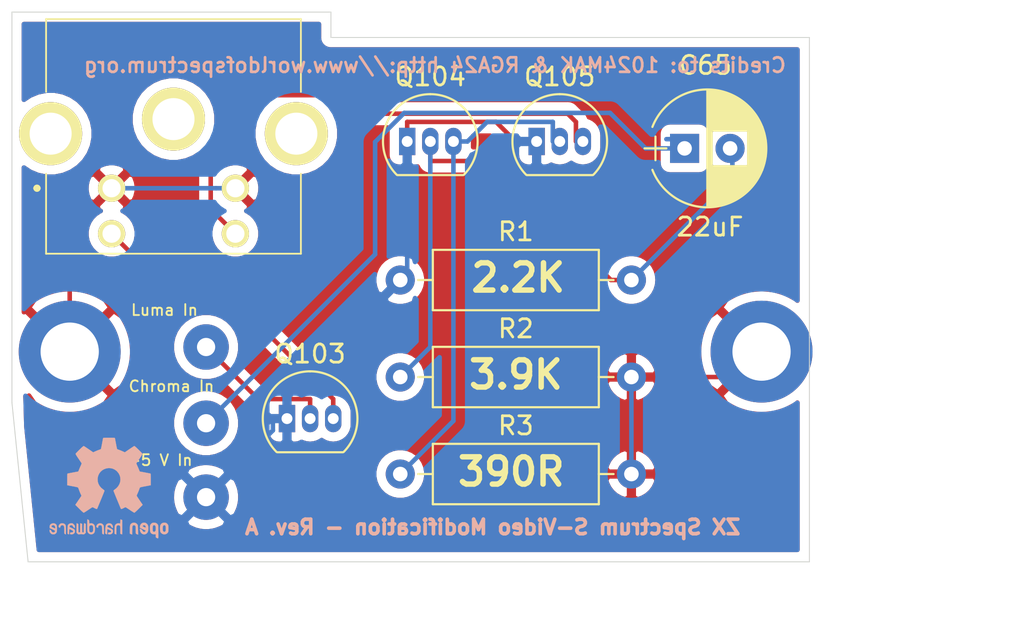
<source format=kicad_pcb>
(kicad_pcb (version 20171130) (host pcbnew "(5.1.4)-1")

  (general
    (thickness 1.6)
    (drawings 17)
    (tracks 60)
    (zones 0)
    (modules 14)
    (nets 9)
  )

  (page A4)
  (layers
    (0 F.Cu signal)
    (31 B.Cu signal)
    (32 B.Adhes user)
    (33 F.Adhes user)
    (34 B.Paste user)
    (35 F.Paste user)
    (36 B.SilkS user)
    (37 F.SilkS user)
    (38 B.Mask user)
    (39 F.Mask user)
    (40 Dwgs.User user)
    (41 Cmts.User user)
    (42 Eco1.User user)
    (43 Eco2.User user)
    (44 Edge.Cuts user)
    (45 Margin user)
    (46 B.CrtYd user)
    (47 F.CrtYd user)
    (48 B.Fab user)
    (49 F.Fab user)
  )

  (setup
    (last_trace_width 0.25)
    (trace_clearance 0.2)
    (zone_clearance 0.508)
    (zone_45_only no)
    (trace_min 0.2)
    (via_size 0.8)
    (via_drill 0.4)
    (via_min_size 0.4)
    (via_min_drill 0.3)
    (uvia_size 0.3)
    (uvia_drill 0.1)
    (uvias_allowed no)
    (uvia_min_size 0.2)
    (uvia_min_drill 0.1)
    (edge_width 0.05)
    (segment_width 0.2)
    (pcb_text_width 0.3)
    (pcb_text_size 1.5 1.5)
    (mod_edge_width 0.12)
    (mod_text_size 1 1)
    (mod_text_width 0.15)
    (pad_size 5.6 5.6)
    (pad_drill 3.2)
    (pad_to_mask_clearance 0.051)
    (solder_mask_min_width 0.25)
    (aux_axis_origin 0 0)
    (visible_elements 7FFFFFFF)
    (pcbplotparams
      (layerselection 0x010f0_ffffffff)
      (usegerberextensions false)
      (usegerberattributes false)
      (usegerberadvancedattributes false)
      (creategerberjobfile false)
      (excludeedgelayer true)
      (linewidth 0.150000)
      (plotframeref false)
      (viasonmask false)
      (mode 1)
      (useauxorigin false)
      (hpglpennumber 1)
      (hpglpenspeed 20)
      (hpglpendiameter 15.000000)
      (psnegative false)
      (psa4output false)
      (plotreference true)
      (plotvalue true)
      (plotinvisibletext false)
      (padsonsilk false)
      (subtractmaskfromsilk false)
      (outputformat 1)
      (mirror false)
      (drillshape 0)
      (scaleselection 1)
      (outputdirectory "Gerbers/"))
  )

  (net 0 "")
  (net 1 "Net-(C65-Pad2)")
  (net 2 "Net-(C65-Pad1)")
  (net 3 GND)
  (net 4 "Net-(J1-Pad3)")
  (net 5 "Net-(J1-Pad4)")
  (net 6 "Net-(J2-Pad1)")
  (net 7 +5V)
  (net 8 "Net-(Q104-Pad3)")

  (net_class Default "Dit is de standaard class."
    (clearance 0.2)
    (trace_width 0.25)
    (via_dia 0.8)
    (via_drill 0.4)
    (uvia_dia 0.3)
    (uvia_drill 0.1)
    (add_net +5V)
    (add_net GND)
    (add_net "Net-(C65-Pad1)")
    (add_net "Net-(C65-Pad2)")
    (add_net "Net-(J1-Pad3)")
    (add_net "Net-(J1-Pad4)")
    (add_net "Net-(J2-Pad1)")
    (add_net "Net-(Q104-Pad3)")
  )

  (module MD-40SMK:MD40SMK (layer F.Cu) (tedit 5EB5D36E) (tstamp 5EB60C31)
    (at 141.24 93.504)
    (descr MD-40SMK-2)
    (tags Connector)
    (path /5EAF52DE)
    (fp_text reference J1 (at 3.4 -2.85) (layer F.SilkS) hide
      (effects (font (size 1.27 1.27) (thickness 0.254)))
    )
    (fp_text value Mini-DIN-4 (at 3.4 -2.85) (layer F.SilkS) hide
      (effects (font (size 1.27 1.27) (thickness 0.254)))
    )
    (fp_line (start -3.6 -9.3) (end 10.4 -9.3) (layer Dwgs.User) (width 0.2))
    (fp_line (start 10.4 -9.3) (end 10.4 3.6) (layer Dwgs.User) (width 0.2))
    (fp_line (start 10.4 3.6) (end -3.6 3.6) (layer Dwgs.User) (width 0.2))
    (fp_line (start -3.6 3.6) (end -3.6 -9.3) (layer Dwgs.User) (width 0.2))
    (fp_line (start -6.082 -10.3) (end 12.883 -10.3) (layer Dwgs.User) (width 0.1))
    (fp_line (start 12.883 -10.3) (end 12.883 4.6) (layer Dwgs.User) (width 0.1))
    (fp_line (start 12.883 4.6) (end -6.082 4.6) (layer Dwgs.User) (width 0.1))
    (fp_line (start -6.082 4.6) (end -6.082 -10.3) (layer Dwgs.User) (width 0.1))
    (fp_line (start -3.6 -5.3) (end -3.6 -9.3) (layer F.SilkS) (width 0.1))
    (fp_line (start -3.6 -9.3) (end 10.4 -9.3) (layer F.SilkS) (width 0.1))
    (fp_line (start 10.4 -9.3) (end 10.4 -5.3) (layer F.SilkS) (width 0.1))
    (fp_line (start -3.6 -0.8) (end -3.6 3.6) (layer F.SilkS) (width 0.1))
    (fp_line (start -3.6 3.6) (end 10.4 3.6) (layer F.SilkS) (width 0.1))
    (fp_line (start 10.4 3.6) (end 10.4 -0.8) (layer F.SilkS) (width 0.1))
    (fp_line (start -4 0) (end -4 0) (layer F.SilkS) (width 0.2))
    (fp_line (start -4.2 0) (end -4.2 0) (layer F.SilkS) (width 0.2))
    (fp_arc (start -4.1 0) (end -4 0) (angle -180) (layer F.SilkS) (width 0.2))
    (fp_arc (start -4.1 0) (end -4.2 0) (angle -180) (layer F.SilkS) (width 0.2))
    (pad 1 thru_hole circle (at 0 0 90) (size 1.5 1.5) (drill 1) (layers *.Cu *.Mask F.SilkS)
      (net 3 GND))
    (pad 2 thru_hole circle (at 6.8 0 90) (size 1.5 1.5) (drill 1) (layers *.Cu *.Mask F.SilkS)
      (net 3 GND))
    (pad 3 thru_hole circle (at 0 2.5 90) (size 1.5 1.5) (drill 1) (layers *.Cu *.Mask F.SilkS)
      (net 4 "Net-(J1-Pad3)"))
    (pad 4 thru_hole circle (at 6.8 2.5 90) (size 1.5 1.5) (drill 1) (layers *.Cu *.Mask F.SilkS)
      (net 5 "Net-(J1-Pad4)"))
    (pad MH1 thru_hole circle (at -3.35 -3 90) (size 3.465 3.465) (drill 2.31) (layers *.Cu *.Mask F.SilkS))
    (pad MH2 thru_hole circle (at 3.4 -3.8 90) (size 3.465 3.465) (drill 2.31) (layers *.Cu *.Mask F.SilkS))
    (pad MH3 thru_hole circle (at 10.15 -3 90) (size 3.465 3.465) (drill 2.31) (layers *.Cu *.Mask F.SilkS))
    (model ${KIPRJMOD}/MD-40SMK/3D/MD-40SMK.stp
      (at (xyz 0 0 0))
      (scale (xyz 1 1 1))
      (rotate (xyz 0 0 0))
    )
  )

  (module Symbols:OSHW-Logo2_7.3x6mm_SilkScreen (layer B.Cu) (tedit 0) (tstamp 5EBF3449)
    (at 141.097 109.982 180)
    (descr "Open Source Hardware Symbol")
    (tags "Logo Symbol OSHW")
    (attr virtual)
    (fp_text reference REF*** (at 0 0) (layer B.SilkS) hide
      (effects (font (size 1 1) (thickness 0.15)) (justify mirror))
    )
    (fp_text value OSHW-Logo2_7.3x6mm_SilkScreen (at 0.75 0) (layer B.Fab) hide
      (effects (font (size 1 1) (thickness 0.15)) (justify mirror))
    )
    (fp_poly (pts (xy -2.400256 -1.919918) (xy -2.344799 -1.947568) (xy -2.295852 -1.99848) (xy -2.282371 -2.017338)
      (xy -2.267686 -2.042015) (xy -2.258158 -2.068816) (xy -2.252707 -2.104587) (xy -2.250253 -2.156169)
      (xy -2.249714 -2.224267) (xy -2.252148 -2.317588) (xy -2.260606 -2.387657) (xy -2.276826 -2.439931)
      (xy -2.302546 -2.479869) (xy -2.339503 -2.512929) (xy -2.342218 -2.514886) (xy -2.37864 -2.534908)
      (xy -2.422498 -2.544815) (xy -2.478276 -2.547257) (xy -2.568952 -2.547257) (xy -2.56899 -2.635283)
      (xy -2.569834 -2.684308) (xy -2.574976 -2.713065) (xy -2.588413 -2.730311) (xy -2.614142 -2.744808)
      (xy -2.620321 -2.747769) (xy -2.649236 -2.761648) (xy -2.671624 -2.770414) (xy -2.688271 -2.771171)
      (xy -2.699964 -2.761023) (xy -2.70749 -2.737073) (xy -2.711634 -2.696426) (xy -2.713185 -2.636186)
      (xy -2.712929 -2.553455) (xy -2.711651 -2.445339) (xy -2.711252 -2.413) (xy -2.709815 -2.301524)
      (xy -2.708528 -2.228603) (xy -2.569029 -2.228603) (xy -2.568245 -2.290499) (xy -2.56476 -2.330997)
      (xy -2.556876 -2.357708) (xy -2.542895 -2.378244) (xy -2.533403 -2.38826) (xy -2.494596 -2.417567)
      (xy -2.460237 -2.419952) (xy -2.424784 -2.39575) (xy -2.423886 -2.394857) (xy -2.409461 -2.376153)
      (xy -2.400687 -2.350732) (xy -2.396261 -2.311584) (xy -2.394882 -2.251697) (xy -2.394857 -2.23843)
      (xy -2.398188 -2.155901) (xy -2.409031 -2.098691) (xy -2.42866 -2.063766) (xy -2.45835 -2.048094)
      (xy -2.475509 -2.046514) (xy -2.516234 -2.053926) (xy -2.544168 -2.07833) (xy -2.560983 -2.12298)
      (xy -2.56835 -2.19113) (xy -2.569029 -2.228603) (xy -2.708528 -2.228603) (xy -2.708292 -2.215245)
      (xy -2.706323 -2.150333) (xy -2.70355 -2.102958) (xy -2.699612 -2.06929) (xy -2.694151 -2.045498)
      (xy -2.686808 -2.027753) (xy -2.677223 -2.012224) (xy -2.673113 -2.006381) (xy -2.618595 -1.951185)
      (xy -2.549664 -1.91989) (xy -2.469928 -1.911165) (xy -2.400256 -1.919918)) (layer B.SilkS) (width 0.01))
    (fp_poly (pts (xy -1.283907 -1.92778) (xy -1.237328 -1.954723) (xy -1.204943 -1.981466) (xy -1.181258 -2.009484)
      (xy -1.164941 -2.043748) (xy -1.154661 -2.089227) (xy -1.149086 -2.150892) (xy -1.146884 -2.233711)
      (xy -1.146629 -2.293246) (xy -1.146629 -2.512391) (xy -1.208314 -2.540044) (xy -1.27 -2.567697)
      (xy -1.277257 -2.32767) (xy -1.280256 -2.238028) (xy -1.283402 -2.172962) (xy -1.287299 -2.128026)
      (xy -1.292553 -2.09877) (xy -1.299769 -2.080748) (xy -1.30955 -2.069511) (xy -1.312688 -2.067079)
      (xy -1.360239 -2.048083) (xy -1.408303 -2.0556) (xy -1.436914 -2.075543) (xy -1.448553 -2.089675)
      (xy -1.456609 -2.10822) (xy -1.461729 -2.136334) (xy -1.464559 -2.179173) (xy -1.465744 -2.241895)
      (xy -1.465943 -2.307261) (xy -1.465982 -2.389268) (xy -1.467386 -2.447316) (xy -1.472086 -2.486465)
      (xy -1.482013 -2.51178) (xy -1.499097 -2.528323) (xy -1.525268 -2.541156) (xy -1.560225 -2.554491)
      (xy -1.598404 -2.569007) (xy -1.593859 -2.311389) (xy -1.592029 -2.218519) (xy -1.589888 -2.149889)
      (xy -1.586819 -2.100711) (xy -1.582206 -2.066198) (xy -1.575432 -2.041562) (xy -1.565881 -2.022016)
      (xy -1.554366 -2.00477) (xy -1.49881 -1.94968) (xy -1.43102 -1.917822) (xy -1.357287 -1.910191)
      (xy -1.283907 -1.92778)) (layer B.SilkS) (width 0.01))
    (fp_poly (pts (xy -2.958885 -1.921962) (xy -2.890855 -1.957733) (xy -2.840649 -2.015301) (xy -2.822815 -2.052312)
      (xy -2.808937 -2.107882) (xy -2.801833 -2.178096) (xy -2.80116 -2.254727) (xy -2.806573 -2.329552)
      (xy -2.81773 -2.394342) (xy -2.834286 -2.440873) (xy -2.839374 -2.448887) (xy -2.899645 -2.508707)
      (xy -2.971231 -2.544535) (xy -3.048908 -2.55502) (xy -3.127452 -2.53881) (xy -3.149311 -2.529092)
      (xy -3.191878 -2.499143) (xy -3.229237 -2.459433) (xy -3.232768 -2.454397) (xy -3.247119 -2.430124)
      (xy -3.256606 -2.404178) (xy -3.26221 -2.370022) (xy -3.264914 -2.321119) (xy -3.265701 -2.250935)
      (xy -3.265714 -2.2352) (xy -3.265678 -2.230192) (xy -3.120571 -2.230192) (xy -3.119727 -2.29643)
      (xy -3.116404 -2.340386) (xy -3.109417 -2.368779) (xy -3.097584 -2.388325) (xy -3.091543 -2.394857)
      (xy -3.056814 -2.41968) (xy -3.023097 -2.418548) (xy -2.989005 -2.397016) (xy -2.968671 -2.374029)
      (xy -2.956629 -2.340478) (xy -2.949866 -2.287569) (xy -2.949402 -2.281399) (xy -2.948248 -2.185513)
      (xy -2.960312 -2.114299) (xy -2.98543 -2.068194) (xy -3.02344 -2.047635) (xy -3.037008 -2.046514)
      (xy -3.072636 -2.052152) (xy -3.097006 -2.071686) (xy -3.111907 -2.109042) (xy -3.119125 -2.16815)
      (xy -3.120571 -2.230192) (xy -3.265678 -2.230192) (xy -3.265174 -2.160413) (xy -3.262904 -2.108159)
      (xy -3.257932 -2.071949) (xy -3.249287 -2.045299) (xy -3.235995 -2.021722) (xy -3.233057 -2.017338)
      (xy -3.183687 -1.958249) (xy -3.129891 -1.923947) (xy -3.064398 -1.910331) (xy -3.042158 -1.909665)
      (xy -2.958885 -1.921962)) (layer B.SilkS) (width 0.01))
    (fp_poly (pts (xy -1.831697 -1.931239) (xy -1.774473 -1.969735) (xy -1.730251 -2.025335) (xy -1.703833 -2.096086)
      (xy -1.69849 -2.148162) (xy -1.699097 -2.169893) (xy -1.704178 -2.186531) (xy -1.718145 -2.201437)
      (xy -1.745411 -2.217973) (xy -1.790388 -2.239498) (xy -1.857489 -2.269374) (xy -1.857829 -2.269524)
      (xy -1.919593 -2.297813) (xy -1.970241 -2.322933) (xy -2.004596 -2.342179) (xy -2.017482 -2.352848)
      (xy -2.017486 -2.352934) (xy -2.006128 -2.376166) (xy -1.979569 -2.401774) (xy -1.949077 -2.420221)
      (xy -1.93363 -2.423886) (xy -1.891485 -2.411212) (xy -1.855192 -2.379471) (xy -1.837483 -2.344572)
      (xy -1.820448 -2.318845) (xy -1.787078 -2.289546) (xy -1.747851 -2.264235) (xy -1.713244 -2.250471)
      (xy -1.706007 -2.249714) (xy -1.697861 -2.26216) (xy -1.69737 -2.293972) (xy -1.703357 -2.336866)
      (xy -1.714643 -2.382558) (xy -1.73005 -2.422761) (xy -1.730829 -2.424322) (xy -1.777196 -2.489062)
      (xy -1.837289 -2.533097) (xy -1.905535 -2.554711) (xy -1.976362 -2.552185) (xy -2.044196 -2.523804)
      (xy -2.047212 -2.521808) (xy -2.100573 -2.473448) (xy -2.13566 -2.410352) (xy -2.155078 -2.327387)
      (xy -2.157684 -2.304078) (xy -2.162299 -2.194055) (xy -2.156767 -2.142748) (xy -2.017486 -2.142748)
      (xy -2.015676 -2.174753) (xy -2.005778 -2.184093) (xy -1.981102 -2.177105) (xy -1.942205 -2.160587)
      (xy -1.898725 -2.139881) (xy -1.897644 -2.139333) (xy -1.860791 -2.119949) (xy -1.846 -2.107013)
      (xy -1.849647 -2.093451) (xy -1.865005 -2.075632) (xy -1.904077 -2.049845) (xy -1.946154 -2.04795)
      (xy -1.983897 -2.066717) (xy -2.009966 -2.102915) (xy -2.017486 -2.142748) (xy -2.156767 -2.142748)
      (xy -2.152806 -2.106027) (xy -2.12845 -2.036212) (xy -2.094544 -1.987302) (xy -2.033347 -1.937878)
      (xy -1.965937 -1.913359) (xy -1.89712 -1.911797) (xy -1.831697 -1.931239)) (layer B.SilkS) (width 0.01))
    (fp_poly (pts (xy -0.624114 -1.851289) (xy -0.619861 -1.910613) (xy -0.614975 -1.945572) (xy -0.608205 -1.96082)
      (xy -0.598298 -1.961015) (xy -0.595086 -1.959195) (xy -0.552356 -1.946015) (xy -0.496773 -1.946785)
      (xy -0.440263 -1.960333) (xy -0.404918 -1.977861) (xy -0.368679 -2.005861) (xy -0.342187 -2.037549)
      (xy -0.324001 -2.077813) (xy -0.312678 -2.131543) (xy -0.306778 -2.203626) (xy -0.304857 -2.298951)
      (xy -0.304823 -2.317237) (xy -0.3048 -2.522646) (xy -0.350509 -2.53858) (xy -0.382973 -2.54942)
      (xy -0.400785 -2.554468) (xy -0.401309 -2.554514) (xy -0.403063 -2.540828) (xy -0.404556 -2.503076)
      (xy -0.405674 -2.446224) (xy -0.406303 -2.375234) (xy -0.4064 -2.332073) (xy -0.406602 -2.246973)
      (xy -0.407642 -2.185981) (xy -0.410169 -2.144177) (xy -0.414836 -2.116642) (xy -0.422293 -2.098456)
      (xy -0.433189 -2.084698) (xy -0.439993 -2.078073) (xy -0.486728 -2.051375) (xy -0.537728 -2.049375)
      (xy -0.583999 -2.071955) (xy -0.592556 -2.080107) (xy -0.605107 -2.095436) (xy -0.613812 -2.113618)
      (xy -0.619369 -2.139909) (xy -0.622474 -2.179562) (xy -0.623824 -2.237832) (xy -0.624114 -2.318173)
      (xy -0.624114 -2.522646) (xy -0.669823 -2.53858) (xy -0.702287 -2.54942) (xy -0.720099 -2.554468)
      (xy -0.720623 -2.554514) (xy -0.721963 -2.540623) (xy -0.723172 -2.501439) (xy -0.724199 -2.4407)
      (xy -0.724998 -2.362141) (xy -0.725519 -2.269498) (xy -0.725714 -2.166509) (xy -0.725714 -1.769342)
      (xy -0.678543 -1.749444) (xy -0.631371 -1.729547) (xy -0.624114 -1.851289)) (layer B.SilkS) (width 0.01))
    (fp_poly (pts (xy 0.039744 -1.950968) (xy 0.096616 -1.972087) (xy 0.097267 -1.972493) (xy 0.13244 -1.99838)
      (xy 0.158407 -2.028633) (xy 0.17667 -2.068058) (xy 0.188732 -2.121462) (xy 0.196096 -2.193651)
      (xy 0.200264 -2.289432) (xy 0.200629 -2.303078) (xy 0.205876 -2.508842) (xy 0.161716 -2.531678)
      (xy 0.129763 -2.54711) (xy 0.11047 -2.554423) (xy 0.109578 -2.554514) (xy 0.106239 -2.541022)
      (xy 0.103587 -2.504626) (xy 0.101956 -2.451452) (xy 0.1016 -2.408393) (xy 0.101592 -2.338641)
      (xy 0.098403 -2.294837) (xy 0.087288 -2.273944) (xy 0.063501 -2.272925) (xy 0.022296 -2.288741)
      (xy -0.039914 -2.317815) (xy -0.085659 -2.341963) (xy -0.109187 -2.362913) (xy -0.116104 -2.385747)
      (xy -0.116114 -2.386877) (xy -0.104701 -2.426212) (xy -0.070908 -2.447462) (xy -0.019191 -2.450539)
      (xy 0.018061 -2.450006) (xy 0.037703 -2.460735) (xy 0.049952 -2.486505) (xy 0.057002 -2.519337)
      (xy 0.046842 -2.537966) (xy 0.043017 -2.540632) (xy 0.007001 -2.55134) (xy -0.043434 -2.552856)
      (xy -0.095374 -2.545759) (xy -0.132178 -2.532788) (xy -0.183062 -2.489585) (xy -0.211986 -2.429446)
      (xy -0.217714 -2.382462) (xy -0.213343 -2.340082) (xy -0.197525 -2.305488) (xy -0.166203 -2.274763)
      (xy -0.115322 -2.24399) (xy -0.040824 -2.209252) (xy -0.036286 -2.207288) (xy 0.030821 -2.176287)
      (xy 0.072232 -2.150862) (xy 0.089981 -2.128014) (xy 0.086107 -2.104745) (xy 0.062643 -2.078056)
      (xy 0.055627 -2.071914) (xy 0.00863 -2.0481) (xy -0.040067 -2.049103) (xy -0.082478 -2.072451)
      (xy -0.110616 -2.115675) (xy -0.113231 -2.12416) (xy -0.138692 -2.165308) (xy -0.170999 -2.185128)
      (xy -0.217714 -2.20477) (xy -0.217714 -2.15395) (xy -0.203504 -2.080082) (xy -0.161325 -2.012327)
      (xy -0.139376 -1.989661) (xy -0.089483 -1.960569) (xy -0.026033 -1.9474) (xy 0.039744 -1.950968)) (layer B.SilkS) (width 0.01))
    (fp_poly (pts (xy 0.529926 -1.949755) (xy 0.595858 -1.974084) (xy 0.649273 -2.017117) (xy 0.670164 -2.047409)
      (xy 0.692939 -2.102994) (xy 0.692466 -2.143186) (xy 0.668562 -2.170217) (xy 0.659717 -2.174813)
      (xy 0.62153 -2.189144) (xy 0.602028 -2.185472) (xy 0.595422 -2.161407) (xy 0.595086 -2.148114)
      (xy 0.582992 -2.09921) (xy 0.551471 -2.064999) (xy 0.507659 -2.048476) (xy 0.458695 -2.052634)
      (xy 0.418894 -2.074227) (xy 0.40545 -2.086544) (xy 0.395921 -2.101487) (xy 0.389485 -2.124075)
      (xy 0.385317 -2.159328) (xy 0.382597 -2.212266) (xy 0.380502 -2.287907) (xy 0.37996 -2.311857)
      (xy 0.377981 -2.39379) (xy 0.375731 -2.451455) (xy 0.372357 -2.489608) (xy 0.367006 -2.513004)
      (xy 0.358824 -2.526398) (xy 0.346959 -2.534545) (xy 0.339362 -2.538144) (xy 0.307102 -2.550452)
      (xy 0.288111 -2.554514) (xy 0.281836 -2.540948) (xy 0.278006 -2.499934) (xy 0.2766 -2.430999)
      (xy 0.277598 -2.333669) (xy 0.277908 -2.318657) (xy 0.280101 -2.229859) (xy 0.282693 -2.165019)
      (xy 0.286382 -2.119067) (xy 0.291864 -2.086935) (xy 0.299835 -2.063553) (xy 0.310993 -2.043852)
      (xy 0.31683 -2.03541) (xy 0.350296 -1.998057) (xy 0.387727 -1.969003) (xy 0.392309 -1.966467)
      (xy 0.459426 -1.946443) (xy 0.529926 -1.949755)) (layer B.SilkS) (width 0.01))
    (fp_poly (pts (xy 1.190117 -2.065358) (xy 1.189933 -2.173837) (xy 1.189219 -2.257287) (xy 1.187675 -2.319704)
      (xy 1.185001 -2.365085) (xy 1.180894 -2.397429) (xy 1.175055 -2.420733) (xy 1.167182 -2.438995)
      (xy 1.161221 -2.449418) (xy 1.111855 -2.505945) (xy 1.049264 -2.541377) (xy 0.980013 -2.55409)
      (xy 0.910668 -2.542463) (xy 0.869375 -2.521568) (xy 0.826025 -2.485422) (xy 0.796481 -2.441276)
      (xy 0.778655 -2.383462) (xy 0.770463 -2.306313) (xy 0.769302 -2.249714) (xy 0.769458 -2.245647)
      (xy 0.870857 -2.245647) (xy 0.871476 -2.31055) (xy 0.874314 -2.353514) (xy 0.88084 -2.381622)
      (xy 0.892523 -2.401953) (xy 0.906483 -2.417288) (xy 0.953365 -2.44689) (xy 1.003701 -2.449419)
      (xy 1.051276 -2.424705) (xy 1.054979 -2.421356) (xy 1.070783 -2.403935) (xy 1.080693 -2.383209)
      (xy 1.086058 -2.352362) (xy 1.088228 -2.304577) (xy 1.088571 -2.251748) (xy 1.087827 -2.185381)
      (xy 1.084748 -2.141106) (xy 1.078061 -2.112009) (xy 1.066496 -2.091173) (xy 1.057013 -2.080107)
      (xy 1.01296 -2.052198) (xy 0.962224 -2.048843) (xy 0.913796 -2.070159) (xy 0.90445 -2.078073)
      (xy 0.88854 -2.095647) (xy 0.87861 -2.116587) (xy 0.873278 -2.147782) (xy 0.871163 -2.196122)
      (xy 0.870857 -2.245647) (xy 0.769458 -2.245647) (xy 0.77281 -2.158568) (xy 0.784726 -2.090086)
      (xy 0.807135 -2.0386) (xy 0.842124 -1.998443) (xy 0.869375 -1.977861) (xy 0.918907 -1.955625)
      (xy 0.976316 -1.945304) (xy 1.029682 -1.948067) (xy 1.059543 -1.959212) (xy 1.071261 -1.962383)
      (xy 1.079037 -1.950557) (xy 1.084465 -1.918866) (xy 1.088571 -1.870593) (xy 1.093067 -1.816829)
      (xy 1.099313 -1.784482) (xy 1.110676 -1.765985) (xy 1.130528 -1.75377) (xy 1.143 -1.748362)
      (xy 1.190171 -1.728601) (xy 1.190117 -2.065358)) (layer B.SilkS) (width 0.01))
    (fp_poly (pts (xy 1.779833 -1.958663) (xy 1.782048 -1.99685) (xy 1.783784 -2.054886) (xy 1.784899 -2.12818)
      (xy 1.785257 -2.205055) (xy 1.785257 -2.465196) (xy 1.739326 -2.511127) (xy 1.707675 -2.539429)
      (xy 1.67989 -2.550893) (xy 1.641915 -2.550168) (xy 1.62684 -2.548321) (xy 1.579726 -2.542948)
      (xy 1.540756 -2.539869) (xy 1.531257 -2.539585) (xy 1.499233 -2.541445) (xy 1.453432 -2.546114)
      (xy 1.435674 -2.548321) (xy 1.392057 -2.551735) (xy 1.362745 -2.54432) (xy 1.33368 -2.521427)
      (xy 1.323188 -2.511127) (xy 1.277257 -2.465196) (xy 1.277257 -1.978602) (xy 1.314226 -1.961758)
      (xy 1.346059 -1.949282) (xy 1.364683 -1.944914) (xy 1.369458 -1.958718) (xy 1.373921 -1.997286)
      (xy 1.377775 -2.056356) (xy 1.380722 -2.131663) (xy 1.382143 -2.195286) (xy 1.386114 -2.445657)
      (xy 1.420759 -2.450556) (xy 1.452268 -2.447131) (xy 1.467708 -2.436041) (xy 1.472023 -2.415308)
      (xy 1.475708 -2.371145) (xy 1.478469 -2.309146) (xy 1.480012 -2.234909) (xy 1.480235 -2.196706)
      (xy 1.480457 -1.976783) (xy 1.526166 -1.960849) (xy 1.558518 -1.950015) (xy 1.576115 -1.944962)
      (xy 1.576623 -1.944914) (xy 1.578388 -1.958648) (xy 1.580329 -1.99673) (xy 1.582282 -2.054482)
      (xy 1.584084 -2.127227) (xy 1.585343 -2.195286) (xy 1.589314 -2.445657) (xy 1.6764 -2.445657)
      (xy 1.680396 -2.21724) (xy 1.684392 -1.988822) (xy 1.726847 -1.966868) (xy 1.758192 -1.951793)
      (xy 1.776744 -1.944951) (xy 1.777279 -1.944914) (xy 1.779833 -1.958663)) (layer B.SilkS) (width 0.01))
    (fp_poly (pts (xy 2.144876 -1.956335) (xy 2.186667 -1.975344) (xy 2.219469 -1.998378) (xy 2.243503 -2.024133)
      (xy 2.260097 -2.057358) (xy 2.270577 -2.1028) (xy 2.276271 -2.165207) (xy 2.278507 -2.249327)
      (xy 2.278743 -2.304721) (xy 2.278743 -2.520826) (xy 2.241774 -2.53767) (xy 2.212656 -2.549981)
      (xy 2.198231 -2.554514) (xy 2.195472 -2.541025) (xy 2.193282 -2.504653) (xy 2.191942 -2.451542)
      (xy 2.191657 -2.409372) (xy 2.190434 -2.348447) (xy 2.187136 -2.300115) (xy 2.182321 -2.270518)
      (xy 2.178496 -2.264229) (xy 2.152783 -2.270652) (xy 2.112418 -2.287125) (xy 2.065679 -2.309458)
      (xy 2.020845 -2.333457) (xy 1.986193 -2.35493) (xy 1.970002 -2.369685) (xy 1.969938 -2.369845)
      (xy 1.97133 -2.397152) (xy 1.983818 -2.423219) (xy 2.005743 -2.444392) (xy 2.037743 -2.451474)
      (xy 2.065092 -2.450649) (xy 2.103826 -2.450042) (xy 2.124158 -2.459116) (xy 2.136369 -2.483092)
      (xy 2.137909 -2.487613) (xy 2.143203 -2.521806) (xy 2.129047 -2.542568) (xy 2.092148 -2.552462)
      (xy 2.052289 -2.554292) (xy 1.980562 -2.540727) (xy 1.943432 -2.521355) (xy 1.897576 -2.475845)
      (xy 1.873256 -2.419983) (xy 1.871073 -2.360957) (xy 1.891629 -2.305953) (xy 1.922549 -2.271486)
      (xy 1.95342 -2.252189) (xy 2.001942 -2.227759) (xy 2.058485 -2.202985) (xy 2.06791 -2.199199)
      (xy 2.130019 -2.171791) (xy 2.165822 -2.147634) (xy 2.177337 -2.123619) (xy 2.16658 -2.096635)
      (xy 2.148114 -2.075543) (xy 2.104469 -2.049572) (xy 2.056446 -2.047624) (xy 2.012406 -2.067637)
      (xy 1.980709 -2.107551) (xy 1.976549 -2.117848) (xy 1.952327 -2.155724) (xy 1.916965 -2.183842)
      (xy 1.872343 -2.206917) (xy 1.872343 -2.141485) (xy 1.874969 -2.101506) (xy 1.88623 -2.069997)
      (xy 1.911199 -2.036378) (xy 1.935169 -2.010484) (xy 1.972441 -1.973817) (xy 2.001401 -1.954121)
      (xy 2.032505 -1.94622) (xy 2.067713 -1.944914) (xy 2.144876 -1.956335)) (layer B.SilkS) (width 0.01))
    (fp_poly (pts (xy 2.6526 -1.958752) (xy 2.669948 -1.966334) (xy 2.711356 -1.999128) (xy 2.746765 -2.046547)
      (xy 2.768664 -2.097151) (xy 2.772229 -2.122098) (xy 2.760279 -2.156927) (xy 2.734067 -2.175357)
      (xy 2.705964 -2.186516) (xy 2.693095 -2.188572) (xy 2.686829 -2.173649) (xy 2.674456 -2.141175)
      (xy 2.669028 -2.126502) (xy 2.63859 -2.075744) (xy 2.59452 -2.050427) (xy 2.53801 -2.051206)
      (xy 2.533825 -2.052203) (xy 2.503655 -2.066507) (xy 2.481476 -2.094393) (xy 2.466327 -2.139287)
      (xy 2.45725 -2.204615) (xy 2.453286 -2.293804) (xy 2.452914 -2.341261) (xy 2.45273 -2.416071)
      (xy 2.451522 -2.467069) (xy 2.448309 -2.499471) (xy 2.442109 -2.518495) (xy 2.43194 -2.529356)
      (xy 2.416819 -2.537272) (xy 2.415946 -2.53767) (xy 2.386828 -2.549981) (xy 2.372403 -2.554514)
      (xy 2.370186 -2.540809) (xy 2.368289 -2.502925) (xy 2.366847 -2.445715) (xy 2.365998 -2.374027)
      (xy 2.365829 -2.321565) (xy 2.366692 -2.220047) (xy 2.37007 -2.143032) (xy 2.377142 -2.086023)
      (xy 2.389088 -2.044526) (xy 2.40709 -2.014043) (xy 2.432327 -1.99008) (xy 2.457247 -1.973355)
      (xy 2.517171 -1.951097) (xy 2.586911 -1.946076) (xy 2.6526 -1.958752)) (layer B.SilkS) (width 0.01))
    (fp_poly (pts (xy 3.153595 -1.966966) (xy 3.211021 -2.004497) (xy 3.238719 -2.038096) (xy 3.260662 -2.099064)
      (xy 3.262405 -2.147308) (xy 3.258457 -2.211816) (xy 3.109686 -2.276934) (xy 3.037349 -2.310202)
      (xy 2.990084 -2.336964) (xy 2.965507 -2.360144) (xy 2.961237 -2.382667) (xy 2.974889 -2.407455)
      (xy 2.989943 -2.423886) (xy 3.033746 -2.450235) (xy 3.081389 -2.452081) (xy 3.125145 -2.431546)
      (xy 3.157289 -2.390752) (xy 3.163038 -2.376347) (xy 3.190576 -2.331356) (xy 3.222258 -2.312182)
      (xy 3.265714 -2.295779) (xy 3.265714 -2.357966) (xy 3.261872 -2.400283) (xy 3.246823 -2.435969)
      (xy 3.21528 -2.476943) (xy 3.210592 -2.482267) (xy 3.175506 -2.51872) (xy 3.145347 -2.538283)
      (xy 3.107615 -2.547283) (xy 3.076335 -2.55023) (xy 3.020385 -2.550965) (xy 2.980555 -2.54166)
      (xy 2.955708 -2.527846) (xy 2.916656 -2.497467) (xy 2.889625 -2.464613) (xy 2.872517 -2.423294)
      (xy 2.863238 -2.367521) (xy 2.859693 -2.291305) (xy 2.85941 -2.252622) (xy 2.860372 -2.206247)
      (xy 2.948007 -2.206247) (xy 2.949023 -2.231126) (xy 2.951556 -2.2352) (xy 2.968274 -2.229665)
      (xy 3.004249 -2.215017) (xy 3.052331 -2.19419) (xy 3.062386 -2.189714) (xy 3.123152 -2.158814)
      (xy 3.156632 -2.131657) (xy 3.16399 -2.10622) (xy 3.146391 -2.080481) (xy 3.131856 -2.069109)
      (xy 3.07941 -2.046364) (xy 3.030322 -2.050122) (xy 2.989227 -2.077884) (xy 2.960758 -2.127152)
      (xy 2.951631 -2.166257) (xy 2.948007 -2.206247) (xy 2.860372 -2.206247) (xy 2.861285 -2.162249)
      (xy 2.868196 -2.095384) (xy 2.881884 -2.046695) (xy 2.904096 -2.010849) (xy 2.936574 -1.982513)
      (xy 2.950733 -1.973355) (xy 3.015053 -1.949507) (xy 3.085473 -1.948006) (xy 3.153595 -1.966966)) (layer B.SilkS) (width 0.01))
    (fp_poly (pts (xy 0.10391 2.757652) (xy 0.182454 2.757222) (xy 0.239298 2.756058) (xy 0.278105 2.753793)
      (xy 0.302538 2.75006) (xy 0.316262 2.744494) (xy 0.32294 2.736727) (xy 0.326236 2.726395)
      (xy 0.326556 2.725057) (xy 0.331562 2.700921) (xy 0.340829 2.653299) (xy 0.353392 2.587259)
      (xy 0.368287 2.507872) (xy 0.384551 2.420204) (xy 0.385119 2.417125) (xy 0.40141 2.331211)
      (xy 0.416652 2.255304) (xy 0.429861 2.193955) (xy 0.440054 2.151718) (xy 0.446248 2.133145)
      (xy 0.446543 2.132816) (xy 0.464788 2.123747) (xy 0.502405 2.108633) (xy 0.551271 2.090738)
      (xy 0.551543 2.090642) (xy 0.613093 2.067507) (xy 0.685657 2.038035) (xy 0.754057 2.008403)
      (xy 0.757294 2.006938) (xy 0.868702 1.956374) (xy 1.115399 2.12484) (xy 1.191077 2.176197)
      (xy 1.259631 2.222111) (xy 1.317088 2.25997) (xy 1.359476 2.287163) (xy 1.382825 2.301079)
      (xy 1.385042 2.302111) (xy 1.40201 2.297516) (xy 1.433701 2.275345) (xy 1.481352 2.234553)
      (xy 1.546198 2.174095) (xy 1.612397 2.109773) (xy 1.676214 2.046388) (xy 1.733329 1.988549)
      (xy 1.780305 1.939825) (xy 1.813703 1.90379) (xy 1.830085 1.884016) (xy 1.830694 1.882998)
      (xy 1.832505 1.869428) (xy 1.825683 1.847267) (xy 1.80854 1.813522) (xy 1.779393 1.7652)
      (xy 1.736555 1.699308) (xy 1.679448 1.614483) (xy 1.628766 1.539823) (xy 1.583461 1.47286)
      (xy 1.54615 1.417484) (xy 1.519452 1.37758) (xy 1.505985 1.357038) (xy 1.505137 1.355644)
      (xy 1.506781 1.335962) (xy 1.519245 1.297707) (xy 1.540048 1.248111) (xy 1.547462 1.232272)
      (xy 1.579814 1.16171) (xy 1.614328 1.081647) (xy 1.642365 1.012371) (xy 1.662568 0.960955)
      (xy 1.678615 0.921881) (xy 1.687888 0.901459) (xy 1.689041 0.899886) (xy 1.706096 0.897279)
      (xy 1.746298 0.890137) (xy 1.804302 0.879477) (xy 1.874763 0.866315) (xy 1.952335 0.851667)
      (xy 2.031672 0.836551) (xy 2.107431 0.821982) (xy 2.174264 0.808978) (xy 2.226828 0.798555)
      (xy 2.259776 0.79173) (xy 2.267857 0.789801) (xy 2.276205 0.785038) (xy 2.282506 0.774282)
      (xy 2.287045 0.753902) (xy 2.290104 0.720266) (xy 2.291967 0.669745) (xy 2.292918 0.598708)
      (xy 2.29324 0.503524) (xy 2.293257 0.464508) (xy 2.293257 0.147201) (xy 2.217057 0.132161)
      (xy 2.174663 0.124005) (xy 2.1114 0.112101) (xy 2.034962 0.097884) (xy 1.953043 0.08279)
      (xy 1.9304 0.078645) (xy 1.854806 0.063947) (xy 1.788953 0.049495) (xy 1.738366 0.036625)
      (xy 1.708574 0.026678) (xy 1.703612 0.023713) (xy 1.691426 0.002717) (xy 1.673953 -0.037967)
      (xy 1.654577 -0.090322) (xy 1.650734 -0.1016) (xy 1.625339 -0.171523) (xy 1.593817 -0.250418)
      (xy 1.562969 -0.321266) (xy 1.562817 -0.321595) (xy 1.511447 -0.432733) (xy 1.680399 -0.681253)
      (xy 1.849352 -0.929772) (xy 1.632429 -1.147058) (xy 1.566819 -1.211726) (xy 1.506979 -1.268733)
      (xy 1.456267 -1.315033) (xy 1.418046 -1.347584) (xy 1.395675 -1.363343) (xy 1.392466 -1.364343)
      (xy 1.373626 -1.356469) (xy 1.33518 -1.334578) (xy 1.28133 -1.301267) (xy 1.216276 -1.259131)
      (xy 1.14594 -1.211943) (xy 1.074555 -1.16381) (xy 1.010908 -1.121928) (xy 0.959041 -1.088871)
      (xy 0.922995 -1.067218) (xy 0.906867 -1.059543) (xy 0.887189 -1.066037) (xy 0.849875 -1.08315)
      (xy 0.802621 -1.107326) (xy 0.797612 -1.110013) (xy 0.733977 -1.141927) (xy 0.690341 -1.157579)
      (xy 0.663202 -1.157745) (xy 0.649057 -1.143204) (xy 0.648975 -1.143) (xy 0.641905 -1.125779)
      (xy 0.625042 -1.084899) (xy 0.599695 -1.023525) (xy 0.567171 -0.944819) (xy 0.528778 -0.851947)
      (xy 0.485822 -0.748072) (xy 0.444222 -0.647502) (xy 0.398504 -0.536516) (xy 0.356526 -0.433703)
      (xy 0.319548 -0.342215) (xy 0.288827 -0.265201) (xy 0.265622 -0.205815) (xy 0.25119 -0.167209)
      (xy 0.246743 -0.1528) (xy 0.257896 -0.136272) (xy 0.287069 -0.10993) (xy 0.325971 -0.080887)
      (xy 0.436757 0.010961) (xy 0.523351 0.116241) (xy 0.584716 0.232734) (xy 0.619815 0.358224)
      (xy 0.627608 0.490493) (xy 0.621943 0.551543) (xy 0.591078 0.678205) (xy 0.53792 0.790059)
      (xy 0.465767 0.885999) (xy 0.377917 0.964924) (xy 0.277665 1.02573) (xy 0.16831 1.067313)
      (xy 0.053147 1.088572) (xy -0.064525 1.088401) (xy -0.18141 1.065699) (xy -0.294211 1.019362)
      (xy -0.399631 0.948287) (xy -0.443632 0.908089) (xy -0.528021 0.804871) (xy -0.586778 0.692075)
      (xy -0.620296 0.57299) (xy -0.628965 0.450905) (xy -0.613177 0.329107) (xy -0.573322 0.210884)
      (xy -0.509793 0.099525) (xy -0.422979 -0.001684) (xy -0.325971 -0.080887) (xy -0.285563 -0.111162)
      (xy -0.257018 -0.137219) (xy -0.246743 -0.152825) (xy -0.252123 -0.169843) (xy -0.267425 -0.2105)
      (xy -0.291388 -0.271642) (xy -0.322756 -0.350119) (xy -0.360268 -0.44278) (xy -0.402667 -0.546472)
      (xy -0.444337 -0.647526) (xy -0.49031 -0.758607) (xy -0.532893 -0.861541) (xy -0.570779 -0.953165)
      (xy -0.60266 -1.030316) (xy -0.627229 -1.089831) (xy -0.64318 -1.128544) (xy -0.64909 -1.143)
      (xy -0.663052 -1.157685) (xy -0.69006 -1.157642) (xy -0.733587 -1.142099) (xy -0.79711 -1.110284)
      (xy -0.797612 -1.110013) (xy -0.84544 -1.085323) (xy -0.884103 -1.067338) (xy -0.905905 -1.059614)
      (xy -0.906867 -1.059543) (xy -0.923279 -1.067378) (xy -0.959513 -1.089165) (xy -1.011526 -1.122328)
      (xy -1.075275 -1.164291) (xy -1.14594 -1.211943) (xy -1.217884 -1.260191) (xy -1.282726 -1.302151)
      (xy -1.336265 -1.335227) (xy -1.374303 -1.356821) (xy -1.392467 -1.364343) (xy -1.409192 -1.354457)
      (xy -1.44282 -1.326826) (xy -1.48999 -1.284495) (xy -1.547342 -1.230505) (xy -1.611516 -1.167899)
      (xy -1.632503 -1.146983) (xy -1.849501 -0.929623) (xy -1.684332 -0.68722) (xy -1.634136 -0.612781)
      (xy -1.590081 -0.545972) (xy -1.554638 -0.490665) (xy -1.530281 -0.450729) (xy -1.519478 -0.430036)
      (xy -1.519162 -0.428563) (xy -1.524857 -0.409058) (xy -1.540174 -0.369822) (xy -1.562463 -0.31743)
      (xy -1.578107 -0.282355) (xy -1.607359 -0.215201) (xy -1.634906 -0.147358) (xy -1.656263 -0.090034)
      (xy -1.662065 -0.072572) (xy -1.678548 -0.025938) (xy -1.69466 0.010095) (xy -1.70351 0.023713)
      (xy -1.72304 0.032048) (xy -1.765666 0.043863) (xy -1.825855 0.057819) (xy -1.898078 0.072578)
      (xy -1.9304 0.078645) (xy -2.012478 0.093727) (xy -2.091205 0.108331) (xy -2.158891 0.12102)
      (xy -2.20784 0.130358) (xy -2.217057 0.132161) (xy -2.293257 0.147201) (xy -2.293257 0.464508)
      (xy -2.293086 0.568846) (xy -2.292384 0.647787) (xy -2.290866 0.704962) (xy -2.288251 0.744001)
      (xy -2.284254 0.768535) (xy -2.278591 0.782195) (xy -2.27098 0.788611) (xy -2.267857 0.789801)
      (xy -2.249022 0.79402) (xy -2.207412 0.802438) (xy -2.14837 0.814039) (xy -2.077243 0.827805)
      (xy -1.999375 0.84272) (xy -1.920113 0.857768) (xy -1.844802 0.871931) (xy -1.778787 0.884194)
      (xy -1.727413 0.893539) (xy -1.696025 0.89895) (xy -1.689041 0.899886) (xy -1.682715 0.912404)
      (xy -1.66871 0.945754) (xy -1.649645 0.993623) (xy -1.642366 1.012371) (xy -1.613004 1.084805)
      (xy -1.578429 1.16483) (xy -1.547463 1.232272) (xy -1.524677 1.283841) (xy -1.509518 1.326215)
      (xy -1.504458 1.352166) (xy -1.505264 1.355644) (xy -1.515959 1.372064) (xy -1.54038 1.408583)
      (xy -1.575905 1.461313) (xy -1.619913 1.526365) (xy -1.669783 1.599849) (xy -1.679644 1.614355)
      (xy -1.737508 1.700296) (xy -1.780044 1.765739) (xy -1.808946 1.813696) (xy -1.82591 1.84718)
      (xy -1.832633 1.869205) (xy -1.83081 1.882783) (xy -1.830764 1.882869) (xy -1.816414 1.900703)
      (xy -1.784677 1.935183) (xy -1.73899 1.982732) (xy -1.682796 2.039778) (xy -1.619532 2.102745)
      (xy -1.612398 2.109773) (xy -1.53267 2.18698) (xy -1.471143 2.24367) (xy -1.426579 2.28089)
      (xy -1.397743 2.299685) (xy -1.385042 2.302111) (xy -1.366506 2.291529) (xy -1.328039 2.267084)
      (xy -1.273614 2.231388) (xy -1.207202 2.187053) (xy -1.132775 2.136689) (xy -1.115399 2.12484)
      (xy -0.868703 1.956374) (xy -0.757294 2.006938) (xy -0.689543 2.036405) (xy -0.616817 2.066041)
      (xy -0.554297 2.08967) (xy -0.551543 2.090642) (xy -0.50264 2.108543) (xy -0.464943 2.12368)
      (xy -0.446575 2.13279) (xy -0.446544 2.132816) (xy -0.440715 2.149283) (xy -0.430808 2.189781)
      (xy -0.417805 2.249758) (xy -0.402691 2.32466) (xy -0.386448 2.409936) (xy -0.385119 2.417125)
      (xy -0.368825 2.504986) (xy -0.353867 2.58474) (xy -0.341209 2.651319) (xy -0.331814 2.699653)
      (xy -0.326646 2.724675) (xy -0.326556 2.725057) (xy -0.323411 2.735701) (xy -0.317296 2.743738)
      (xy -0.304547 2.749533) (xy -0.2815 2.753453) (xy -0.244491 2.755865) (xy -0.189856 2.757135)
      (xy -0.113933 2.757629) (xy -0.013056 2.757714) (xy 0 2.757714) (xy 0.10391 2.757652)) (layer B.SilkS) (width 0.01))
  )

  (module Capacitors_THT:CP_Radial_D6.3mm_P2.50mm (layer F.Cu) (tedit 597BC7C2) (tstamp 5EB60C14)
    (at 172.72 91.313)
    (descr "CP, Radial series, Radial, pin pitch=2.50mm, , diameter=6.3mm, Electrolytic Capacitor")
    (tags "CP Radial series Radial pin pitch 2.50mm  diameter 6.3mm Electrolytic Capacitor")
    (path /5EB059F5)
    (fp_text reference C65 (at 1.143 -4.572) (layer F.SilkS)
      (effects (font (size 1 1) (thickness 0.15)))
    )
    (fp_text value 22uF (at 1.397 4.318) (layer F.SilkS)
      (effects (font (size 1 1) (thickness 0.15)))
    )
    (fp_arc (start 1.25 0) (end -1.767482 -1.18) (angle 137.3) (layer F.SilkS) (width 0.12))
    (fp_arc (start 1.25 0) (end -1.767482 1.18) (angle -137.3) (layer F.SilkS) (width 0.12))
    (fp_arc (start 1.25 0) (end 4.267482 -1.18) (angle 42.7) (layer F.SilkS) (width 0.12))
    (fp_circle (center 1.25 0) (end 4.4 0) (layer F.Fab) (width 0.1))
    (fp_line (start -2.2 0) (end -1 0) (layer F.Fab) (width 0.1))
    (fp_line (start -1.6 -0.65) (end -1.6 0.65) (layer F.Fab) (width 0.1))
    (fp_line (start 1.25 -3.2) (end 1.25 3.2) (layer F.SilkS) (width 0.12))
    (fp_line (start 1.29 -3.2) (end 1.29 3.2) (layer F.SilkS) (width 0.12))
    (fp_line (start 1.33 -3.2) (end 1.33 3.2) (layer F.SilkS) (width 0.12))
    (fp_line (start 1.37 -3.198) (end 1.37 3.198) (layer F.SilkS) (width 0.12))
    (fp_line (start 1.41 -3.197) (end 1.41 3.197) (layer F.SilkS) (width 0.12))
    (fp_line (start 1.45 -3.194) (end 1.45 3.194) (layer F.SilkS) (width 0.12))
    (fp_line (start 1.49 -3.192) (end 1.49 3.192) (layer F.SilkS) (width 0.12))
    (fp_line (start 1.53 -3.188) (end 1.53 -0.98) (layer F.SilkS) (width 0.12))
    (fp_line (start 1.53 0.98) (end 1.53 3.188) (layer F.SilkS) (width 0.12))
    (fp_line (start 1.57 -3.185) (end 1.57 -0.98) (layer F.SilkS) (width 0.12))
    (fp_line (start 1.57 0.98) (end 1.57 3.185) (layer F.SilkS) (width 0.12))
    (fp_line (start 1.61 -3.18) (end 1.61 -0.98) (layer F.SilkS) (width 0.12))
    (fp_line (start 1.61 0.98) (end 1.61 3.18) (layer F.SilkS) (width 0.12))
    (fp_line (start 1.65 -3.176) (end 1.65 -0.98) (layer F.SilkS) (width 0.12))
    (fp_line (start 1.65 0.98) (end 1.65 3.176) (layer F.SilkS) (width 0.12))
    (fp_line (start 1.69 -3.17) (end 1.69 -0.98) (layer F.SilkS) (width 0.12))
    (fp_line (start 1.69 0.98) (end 1.69 3.17) (layer F.SilkS) (width 0.12))
    (fp_line (start 1.73 -3.165) (end 1.73 -0.98) (layer F.SilkS) (width 0.12))
    (fp_line (start 1.73 0.98) (end 1.73 3.165) (layer F.SilkS) (width 0.12))
    (fp_line (start 1.77 -3.158) (end 1.77 -0.98) (layer F.SilkS) (width 0.12))
    (fp_line (start 1.77 0.98) (end 1.77 3.158) (layer F.SilkS) (width 0.12))
    (fp_line (start 1.81 -3.152) (end 1.81 -0.98) (layer F.SilkS) (width 0.12))
    (fp_line (start 1.81 0.98) (end 1.81 3.152) (layer F.SilkS) (width 0.12))
    (fp_line (start 1.85 -3.144) (end 1.85 -0.98) (layer F.SilkS) (width 0.12))
    (fp_line (start 1.85 0.98) (end 1.85 3.144) (layer F.SilkS) (width 0.12))
    (fp_line (start 1.89 -3.137) (end 1.89 -0.98) (layer F.SilkS) (width 0.12))
    (fp_line (start 1.89 0.98) (end 1.89 3.137) (layer F.SilkS) (width 0.12))
    (fp_line (start 1.93 -3.128) (end 1.93 -0.98) (layer F.SilkS) (width 0.12))
    (fp_line (start 1.93 0.98) (end 1.93 3.128) (layer F.SilkS) (width 0.12))
    (fp_line (start 1.971 -3.119) (end 1.971 -0.98) (layer F.SilkS) (width 0.12))
    (fp_line (start 1.971 0.98) (end 1.971 3.119) (layer F.SilkS) (width 0.12))
    (fp_line (start 2.011 -3.11) (end 2.011 -0.98) (layer F.SilkS) (width 0.12))
    (fp_line (start 2.011 0.98) (end 2.011 3.11) (layer F.SilkS) (width 0.12))
    (fp_line (start 2.051 -3.1) (end 2.051 -0.98) (layer F.SilkS) (width 0.12))
    (fp_line (start 2.051 0.98) (end 2.051 3.1) (layer F.SilkS) (width 0.12))
    (fp_line (start 2.091 -3.09) (end 2.091 -0.98) (layer F.SilkS) (width 0.12))
    (fp_line (start 2.091 0.98) (end 2.091 3.09) (layer F.SilkS) (width 0.12))
    (fp_line (start 2.131 -3.079) (end 2.131 -0.98) (layer F.SilkS) (width 0.12))
    (fp_line (start 2.131 0.98) (end 2.131 3.079) (layer F.SilkS) (width 0.12))
    (fp_line (start 2.171 -3.067) (end 2.171 -0.98) (layer F.SilkS) (width 0.12))
    (fp_line (start 2.171 0.98) (end 2.171 3.067) (layer F.SilkS) (width 0.12))
    (fp_line (start 2.211 -3.055) (end 2.211 -0.98) (layer F.SilkS) (width 0.12))
    (fp_line (start 2.211 0.98) (end 2.211 3.055) (layer F.SilkS) (width 0.12))
    (fp_line (start 2.251 -3.042) (end 2.251 -0.98) (layer F.SilkS) (width 0.12))
    (fp_line (start 2.251 0.98) (end 2.251 3.042) (layer F.SilkS) (width 0.12))
    (fp_line (start 2.291 -3.029) (end 2.291 -0.98) (layer F.SilkS) (width 0.12))
    (fp_line (start 2.291 0.98) (end 2.291 3.029) (layer F.SilkS) (width 0.12))
    (fp_line (start 2.331 -3.015) (end 2.331 -0.98) (layer F.SilkS) (width 0.12))
    (fp_line (start 2.331 0.98) (end 2.331 3.015) (layer F.SilkS) (width 0.12))
    (fp_line (start 2.371 -3.001) (end 2.371 -0.98) (layer F.SilkS) (width 0.12))
    (fp_line (start 2.371 0.98) (end 2.371 3.001) (layer F.SilkS) (width 0.12))
    (fp_line (start 2.411 -2.986) (end 2.411 -0.98) (layer F.SilkS) (width 0.12))
    (fp_line (start 2.411 0.98) (end 2.411 2.986) (layer F.SilkS) (width 0.12))
    (fp_line (start 2.451 -2.97) (end 2.451 -0.98) (layer F.SilkS) (width 0.12))
    (fp_line (start 2.451 0.98) (end 2.451 2.97) (layer F.SilkS) (width 0.12))
    (fp_line (start 2.491 -2.954) (end 2.491 -0.98) (layer F.SilkS) (width 0.12))
    (fp_line (start 2.491 0.98) (end 2.491 2.954) (layer F.SilkS) (width 0.12))
    (fp_line (start 2.531 -2.937) (end 2.531 -0.98) (layer F.SilkS) (width 0.12))
    (fp_line (start 2.531 0.98) (end 2.531 2.937) (layer F.SilkS) (width 0.12))
    (fp_line (start 2.571 -2.919) (end 2.571 -0.98) (layer F.SilkS) (width 0.12))
    (fp_line (start 2.571 0.98) (end 2.571 2.919) (layer F.SilkS) (width 0.12))
    (fp_line (start 2.611 -2.901) (end 2.611 -0.98) (layer F.SilkS) (width 0.12))
    (fp_line (start 2.611 0.98) (end 2.611 2.901) (layer F.SilkS) (width 0.12))
    (fp_line (start 2.651 -2.882) (end 2.651 -0.98) (layer F.SilkS) (width 0.12))
    (fp_line (start 2.651 0.98) (end 2.651 2.882) (layer F.SilkS) (width 0.12))
    (fp_line (start 2.691 -2.863) (end 2.691 -0.98) (layer F.SilkS) (width 0.12))
    (fp_line (start 2.691 0.98) (end 2.691 2.863) (layer F.SilkS) (width 0.12))
    (fp_line (start 2.731 -2.843) (end 2.731 -0.98) (layer F.SilkS) (width 0.12))
    (fp_line (start 2.731 0.98) (end 2.731 2.843) (layer F.SilkS) (width 0.12))
    (fp_line (start 2.771 -2.822) (end 2.771 -0.98) (layer F.SilkS) (width 0.12))
    (fp_line (start 2.771 0.98) (end 2.771 2.822) (layer F.SilkS) (width 0.12))
    (fp_line (start 2.811 -2.8) (end 2.811 -0.98) (layer F.SilkS) (width 0.12))
    (fp_line (start 2.811 0.98) (end 2.811 2.8) (layer F.SilkS) (width 0.12))
    (fp_line (start 2.851 -2.778) (end 2.851 -0.98) (layer F.SilkS) (width 0.12))
    (fp_line (start 2.851 0.98) (end 2.851 2.778) (layer F.SilkS) (width 0.12))
    (fp_line (start 2.891 -2.755) (end 2.891 -0.98) (layer F.SilkS) (width 0.12))
    (fp_line (start 2.891 0.98) (end 2.891 2.755) (layer F.SilkS) (width 0.12))
    (fp_line (start 2.931 -2.731) (end 2.931 -0.98) (layer F.SilkS) (width 0.12))
    (fp_line (start 2.931 0.98) (end 2.931 2.731) (layer F.SilkS) (width 0.12))
    (fp_line (start 2.971 -2.706) (end 2.971 -0.98) (layer F.SilkS) (width 0.12))
    (fp_line (start 2.971 0.98) (end 2.971 2.706) (layer F.SilkS) (width 0.12))
    (fp_line (start 3.011 -2.681) (end 3.011 -0.98) (layer F.SilkS) (width 0.12))
    (fp_line (start 3.011 0.98) (end 3.011 2.681) (layer F.SilkS) (width 0.12))
    (fp_line (start 3.051 -2.654) (end 3.051 -0.98) (layer F.SilkS) (width 0.12))
    (fp_line (start 3.051 0.98) (end 3.051 2.654) (layer F.SilkS) (width 0.12))
    (fp_line (start 3.091 -2.627) (end 3.091 -0.98) (layer F.SilkS) (width 0.12))
    (fp_line (start 3.091 0.98) (end 3.091 2.627) (layer F.SilkS) (width 0.12))
    (fp_line (start 3.131 -2.599) (end 3.131 -0.98) (layer F.SilkS) (width 0.12))
    (fp_line (start 3.131 0.98) (end 3.131 2.599) (layer F.SilkS) (width 0.12))
    (fp_line (start 3.171 -2.57) (end 3.171 -0.98) (layer F.SilkS) (width 0.12))
    (fp_line (start 3.171 0.98) (end 3.171 2.57) (layer F.SilkS) (width 0.12))
    (fp_line (start 3.211 -2.54) (end 3.211 -0.98) (layer F.SilkS) (width 0.12))
    (fp_line (start 3.211 0.98) (end 3.211 2.54) (layer F.SilkS) (width 0.12))
    (fp_line (start 3.251 -2.51) (end 3.251 -0.98) (layer F.SilkS) (width 0.12))
    (fp_line (start 3.251 0.98) (end 3.251 2.51) (layer F.SilkS) (width 0.12))
    (fp_line (start 3.291 -2.478) (end 3.291 -0.98) (layer F.SilkS) (width 0.12))
    (fp_line (start 3.291 0.98) (end 3.291 2.478) (layer F.SilkS) (width 0.12))
    (fp_line (start 3.331 -2.445) (end 3.331 -0.98) (layer F.SilkS) (width 0.12))
    (fp_line (start 3.331 0.98) (end 3.331 2.445) (layer F.SilkS) (width 0.12))
    (fp_line (start 3.371 -2.411) (end 3.371 -0.98) (layer F.SilkS) (width 0.12))
    (fp_line (start 3.371 0.98) (end 3.371 2.411) (layer F.SilkS) (width 0.12))
    (fp_line (start 3.411 -2.375) (end 3.411 -0.98) (layer F.SilkS) (width 0.12))
    (fp_line (start 3.411 0.98) (end 3.411 2.375) (layer F.SilkS) (width 0.12))
    (fp_line (start 3.451 -2.339) (end 3.451 -0.98) (layer F.SilkS) (width 0.12))
    (fp_line (start 3.451 0.98) (end 3.451 2.339) (layer F.SilkS) (width 0.12))
    (fp_line (start 3.491 -2.301) (end 3.491 2.301) (layer F.SilkS) (width 0.12))
    (fp_line (start 3.531 -2.262) (end 3.531 2.262) (layer F.SilkS) (width 0.12))
    (fp_line (start 3.571 -2.222) (end 3.571 2.222) (layer F.SilkS) (width 0.12))
    (fp_line (start 3.611 -2.18) (end 3.611 2.18) (layer F.SilkS) (width 0.12))
    (fp_line (start 3.651 -2.137) (end 3.651 2.137) (layer F.SilkS) (width 0.12))
    (fp_line (start 3.691 -2.092) (end 3.691 2.092) (layer F.SilkS) (width 0.12))
    (fp_line (start 3.731 -2.045) (end 3.731 2.045) (layer F.SilkS) (width 0.12))
    (fp_line (start 3.771 -1.997) (end 3.771 1.997) (layer F.SilkS) (width 0.12))
    (fp_line (start 3.811 -1.946) (end 3.811 1.946) (layer F.SilkS) (width 0.12))
    (fp_line (start 3.851 -1.894) (end 3.851 1.894) (layer F.SilkS) (width 0.12))
    (fp_line (start 3.891 -1.839) (end 3.891 1.839) (layer F.SilkS) (width 0.12))
    (fp_line (start 3.931 -1.781) (end 3.931 1.781) (layer F.SilkS) (width 0.12))
    (fp_line (start 3.971 -1.721) (end 3.971 1.721) (layer F.SilkS) (width 0.12))
    (fp_line (start 4.011 -1.658) (end 4.011 1.658) (layer F.SilkS) (width 0.12))
    (fp_line (start 4.051 -1.591) (end 4.051 1.591) (layer F.SilkS) (width 0.12))
    (fp_line (start 4.091 -1.52) (end 4.091 1.52) (layer F.SilkS) (width 0.12))
    (fp_line (start 4.131 -1.445) (end 4.131 1.445) (layer F.SilkS) (width 0.12))
    (fp_line (start 4.171 -1.364) (end 4.171 1.364) (layer F.SilkS) (width 0.12))
    (fp_line (start 4.211 -1.278) (end 4.211 1.278) (layer F.SilkS) (width 0.12))
    (fp_line (start 4.251 -1.184) (end 4.251 1.184) (layer F.SilkS) (width 0.12))
    (fp_line (start 4.291 -1.081) (end 4.291 1.081) (layer F.SilkS) (width 0.12))
    (fp_line (start 4.331 -0.966) (end 4.331 0.966) (layer F.SilkS) (width 0.12))
    (fp_line (start 4.371 -0.834) (end 4.371 0.834) (layer F.SilkS) (width 0.12))
    (fp_line (start 4.411 -0.676) (end 4.411 0.676) (layer F.SilkS) (width 0.12))
    (fp_line (start 4.451 -0.468) (end 4.451 0.468) (layer F.SilkS) (width 0.12))
    (fp_line (start -2.2 0) (end -1 0) (layer F.SilkS) (width 0.12))
    (fp_line (start -1.6 -0.65) (end -1.6 0.65) (layer F.SilkS) (width 0.12))
    (fp_line (start -2.25 -3.5) (end -2.25 3.5) (layer F.CrtYd) (width 0.05))
    (fp_line (start -2.25 3.5) (end 4.75 3.5) (layer F.CrtYd) (width 0.05))
    (fp_line (start 4.75 3.5) (end 4.75 -3.5) (layer F.CrtYd) (width 0.05))
    (fp_line (start 4.75 -3.5) (end -2.25 -3.5) (layer F.CrtYd) (width 0.05))
    (fp_text user %R (at 1.25 0) (layer F.Fab)
      (effects (font (size 1 1) (thickness 0.15)))
    )
    (pad 1 thru_hole rect (at 0 0) (size 1.6 1.6) (drill 0.8) (layers *.Cu *.Mask)
      (net 2 "Net-(C65-Pad1)"))
    (pad 2 thru_hole circle (at 2.5 0) (size 1.6 1.6) (drill 0.8) (layers *.Cu *.Mask)
      (net 1 "Net-(C65-Pad2)"))
    (model ${KISYS3DMOD}/Capacitors_THT.3dshapes/CP_Radial_D6.3mm_P2.50mm.wrl
      (at (xyz 0 0 0))
      (scale (xyz 1 1 1))
      (rotate (xyz 0 0 0))
    )
  )

  (module Resistors_THT:R_Axial_DIN0309_L9.0mm_D3.2mm_P12.70mm_Horizontal (layer F.Cu) (tedit 5874F706) (tstamp 5EB60CA2)
    (at 157.099 103.886)
    (descr "Resistor, Axial_DIN0309 series, Axial, Horizontal, pin pitch=12.7mm, 0.5W = 1/2W, length*diameter=9*3.2mm^2, http://cdn-reichelt.de/documents/datenblatt/B400/1_4W%23YAG.pdf")
    (tags "Resistor Axial_DIN0309 series Axial Horizontal pin pitch 12.7mm 0.5W = 1/2W length 9mm diameter 3.2mm")
    (path /5EB072BE)
    (fp_text reference R2 (at 6.35 -2.66) (layer F.SilkS)
      (effects (font (size 1 1) (thickness 0.15)))
    )
    (fp_text value 3.9K (at 6.35 2.66) (layer F.Fab)
      (effects (font (size 1 1) (thickness 0.15)))
    )
    (fp_line (start 1.85 -1.6) (end 1.85 1.6) (layer F.Fab) (width 0.1))
    (fp_line (start 1.85 1.6) (end 10.85 1.6) (layer F.Fab) (width 0.1))
    (fp_line (start 10.85 1.6) (end 10.85 -1.6) (layer F.Fab) (width 0.1))
    (fp_line (start 10.85 -1.6) (end 1.85 -1.6) (layer F.Fab) (width 0.1))
    (fp_line (start 0 0) (end 1.85 0) (layer F.Fab) (width 0.1))
    (fp_line (start 12.7 0) (end 10.85 0) (layer F.Fab) (width 0.1))
    (fp_line (start 1.79 -1.66) (end 1.79 1.66) (layer F.SilkS) (width 0.12))
    (fp_line (start 1.79 1.66) (end 10.91 1.66) (layer F.SilkS) (width 0.12))
    (fp_line (start 10.91 1.66) (end 10.91 -1.66) (layer F.SilkS) (width 0.12))
    (fp_line (start 10.91 -1.66) (end 1.79 -1.66) (layer F.SilkS) (width 0.12))
    (fp_line (start 0.98 0) (end 1.79 0) (layer F.SilkS) (width 0.12))
    (fp_line (start 11.72 0) (end 10.91 0) (layer F.SilkS) (width 0.12))
    (fp_line (start -1.05 -1.95) (end -1.05 1.95) (layer F.CrtYd) (width 0.05))
    (fp_line (start -1.05 1.95) (end 13.75 1.95) (layer F.CrtYd) (width 0.05))
    (fp_line (start 13.75 1.95) (end 13.75 -1.95) (layer F.CrtYd) (width 0.05))
    (fp_line (start 13.75 -1.95) (end -1.05 -1.95) (layer F.CrtYd) (width 0.05))
    (pad 1 thru_hole circle (at 0 0) (size 1.6 1.6) (drill 0.8) (layers *.Cu *.Mask)
      (net 1 "Net-(C65-Pad2)"))
    (pad 2 thru_hole oval (at 12.7 0) (size 1.6 1.6) (drill 0.8) (layers *.Cu *.Mask)
      (net 3 GND))
    (model ${KISYS3DMOD}/Resistors_THT.3dshapes/R_Axial_DIN0309_L9.0mm_D3.2mm_P12.70mm_Horizontal.wrl
      (at (xyz 0 0 0))
      (scale (xyz 0.393701 0.393701 0.393701))
      (rotate (xyz 0 0 0))
    )
  )

  (module Mounting_Holes:MountingHole_3.2mm_M3_DIN965_Pad (layer F.Cu) (tedit 5EC7ED59) (tstamp 5EB70769)
    (at 138.938 102.362)
    (descr "Mounting Hole 3.2mm, M3, DIN965")
    (tags "mounting hole 3.2mm m3 din965")
    (attr virtual)
    (fp_text reference REF2 (at 0 -3.8) (layer F.SilkS) hide
      (effects (font (size 1 1) (thickness 0.15)))
    )
    (fp_text value MountingHole_3.2mm_M3_DIN965_Pad (at 0 3.8) (layer F.Fab) hide
      (effects (font (size 1 1) (thickness 0.15)))
    )
    (fp_circle (center 0 0) (end 3.05 0) (layer F.CrtYd) (width 0.05))
    (fp_circle (center 0 0) (end 2.8 0) (layer Cmts.User) (width 0.15))
    (fp_text user %R (at 0.3 0) (layer F.Fab) hide
      (effects (font (size 1 1) (thickness 0.15)))
    )
    (pad 1 thru_hole circle (at 0 0.127) (size 5.6 5.6) (drill 3.2) (layers *.Cu *.Mask)
      (net 3 GND))
  )

  (module Mounting_Holes:MountingHole_3.2mm_M3_DIN965_Pad (layer F.Cu) (tedit 5EC7ED46) (tstamp 5EB625BC)
    (at 176.911 101.854)
    (descr "Mounting Hole 3.2mm, M3, DIN965")
    (tags "mounting hole 3.2mm m3 din965")
    (attr virtual)
    (fp_text reference REF1 (at 0 -3.8) (layer F.SilkS) hide
      (effects (font (size 1 1) (thickness 0.15)))
    )
    (fp_text value MountingHole_3.2mm_M3_DIN965_Pad (at 0 3.8) (layer F.Fab) hide
      (effects (font (size 1 1) (thickness 0.15)))
    )
    (fp_text user %R (at 0.3 0) (layer F.Fab) hide
      (effects (font (size 1 1) (thickness 0.15)))
    )
    (fp_circle (center 0 0) (end 2.8 0) (layer Cmts.User) (width 0.15))
    (fp_circle (center 0 0) (end 3.05 0) (layer F.CrtYd) (width 0.05))
    (pad 1 thru_hole circle (at 0.039 0.635) (size 5.6 5.6) (drill 3.2) (layers *.Cu *.Mask)
      (net 3 GND))
  )

  (module Wire_Pads:SolderWirePad_single_1mmDrill (layer F.Cu) (tedit 0) (tstamp 5EB60C36)
    (at 146.431 102.235)
    (path /5EB12A50)
    (fp_text reference J2 (at 0 -3.81) (layer F.SilkS) hide
      (effects (font (size 1 1) (thickness 0.15)))
    )
    (fp_text value "" (at -1.905 3.175) (layer F.Fab) hide
      (effects (font (size 1 1) (thickness 0.15)))
    )
    (pad 1 thru_hole circle (at 0 0) (size 2.49936 2.49936) (drill 1.00076) (layers *.Cu *.Mask)
      (net 6 "Net-(J2-Pad1)"))
  )

  (module Wire_Pads:SolderWirePad_single_1mmDrill (layer F.Cu) (tedit 0) (tstamp 5EB60C3B)
    (at 146.431 106.426)
    (path /5EB14193)
    (fp_text reference J3 (at 0 -3.81) (layer F.SilkS) hide
      (effects (font (size 1 1) (thickness 0.15)))
    )
    (fp_text value "" (at -1.905 3.175) (layer F.Fab) hide
      (effects (font (size 1 1) (thickness 0.15)))
    )
    (pad 1 thru_hole circle (at 0 0) (size 2.49936 2.49936) (drill 1.00076) (layers *.Cu *.Mask)
      (net 2 "Net-(C65-Pad1)"))
  )

  (module Wire_Pads:SolderWirePad_single_1mmDrill (layer F.Cu) (tedit 0) (tstamp 5EB60C40)
    (at 146.431 110.49)
    (path /5EB187BC)
    (fp_text reference J4 (at 0 -3.81) (layer F.SilkS) hide
      (effects (font (size 1 1) (thickness 0.15)))
    )
    (fp_text value "" (at -1.905 3.175) (layer F.Fab) hide
      (effects (font (size 1 1) (thickness 0.15)))
    )
    (pad 1 thru_hole circle (at 0 0) (size 2.49936 2.49936) (drill 1.00076) (layers *.Cu *.Mask)
      (net 7 +5V))
  )

  (module TO_SOT_Packages_THT:TO-92_Inline_Narrow_Oval (layer F.Cu) (tedit 58CE52AF) (tstamp 5EB60C52)
    (at 150.876 106.172)
    (descr "TO-92 leads in-line, narrow, oval pads, drill 0.6mm (see NXP sot054_po.pdf)")
    (tags "to-92 sc-43 sc-43a sot54 PA33 transistor")
    (path /5EAEDE99)
    (fp_text reference Q103 (at 1.27 -3.56) (layer F.SilkS)
      (effects (font (size 1 1) (thickness 0.15)))
    )
    (fp_text value BC547 (at 1.778 3.048) (layer F.Fab)
      (effects (font (size 1 1) (thickness 0.15)))
    )
    (fp_arc (start 1.27 0) (end 1.27 -2.6) (angle 135) (layer F.SilkS) (width 0.12))
    (fp_arc (start 1.27 0) (end 1.27 -2.48) (angle -135) (layer F.Fab) (width 0.1))
    (fp_arc (start 1.27 0) (end 1.27 -2.6) (angle -135) (layer F.SilkS) (width 0.12))
    (fp_arc (start 1.27 0) (end 1.27 -2.48) (angle 135) (layer F.Fab) (width 0.1))
    (fp_line (start 4 2.01) (end -1.46 2.01) (layer F.CrtYd) (width 0.05))
    (fp_line (start 4 2.01) (end 4 -2.73) (layer F.CrtYd) (width 0.05))
    (fp_line (start -1.46 -2.73) (end -1.46 2.01) (layer F.CrtYd) (width 0.05))
    (fp_line (start -1.46 -2.73) (end 4 -2.73) (layer F.CrtYd) (width 0.05))
    (fp_line (start -0.5 1.75) (end 3 1.75) (layer F.Fab) (width 0.1))
    (fp_line (start -0.53 1.85) (end 3.07 1.85) (layer F.SilkS) (width 0.12))
    (fp_text user %R (at 1.27 -3.56) (layer F.Fab)
      (effects (font (size 1 1) (thickness 0.15)))
    )
    (pad 1 thru_hole rect (at 0 0 180) (size 0.9 1.5) (drill 0.6) (layers *.Cu *.Mask)
      (net 7 +5V))
    (pad 3 thru_hole oval (at 2.54 0 180) (size 0.9 1.5) (drill 0.6) (layers *.Cu *.Mask)
      (net 4 "Net-(J1-Pad3)"))
    (pad 2 thru_hole oval (at 1.27 0 180) (size 0.9 1.5) (drill 0.6) (layers *.Cu *.Mask)
      (net 6 "Net-(J2-Pad1)"))
    (model ${KISYS3DMOD}/TO_SOT_Packages_THT.3dshapes/TO-92_Inline_Narrow_Oval.wrl
      (offset (xyz 1.269999980926514 0 0))
      (scale (xyz 1 1 1))
      (rotate (xyz 0 0 -90))
    )
  )

  (module TO_SOT_Packages_THT:TO-92_Inline_Narrow_Oval (layer F.Cu) (tedit 58CE52AF) (tstamp 5EB60C64)
    (at 157.48 90.932)
    (descr "TO-92 leads in-line, narrow, oval pads, drill 0.6mm (see NXP sot054_po.pdf)")
    (tags "to-92 sc-43 sc-43a sot54 PA33 transistor")
    (path /5EAFC379)
    (fp_text reference Q104 (at 1.27 -3.56) (layer F.SilkS)
      (effects (font (size 1 1) (thickness 0.15)))
    )
    (fp_text value BC547 (at 1.27 2.79) (layer F.Fab)
      (effects (font (size 1 1) (thickness 0.15)))
    )
    (fp_text user %R (at 1.27 -3.56) (layer F.Fab)
      (effects (font (size 1 1) (thickness 0.15)))
    )
    (fp_line (start -0.53 1.85) (end 3.07 1.85) (layer F.SilkS) (width 0.12))
    (fp_line (start -0.5 1.75) (end 3 1.75) (layer F.Fab) (width 0.1))
    (fp_line (start -1.46 -2.73) (end 4 -2.73) (layer F.CrtYd) (width 0.05))
    (fp_line (start -1.46 -2.73) (end -1.46 2.01) (layer F.CrtYd) (width 0.05))
    (fp_line (start 4 2.01) (end 4 -2.73) (layer F.CrtYd) (width 0.05))
    (fp_line (start 4 2.01) (end -1.46 2.01) (layer F.CrtYd) (width 0.05))
    (fp_arc (start 1.27 0) (end 1.27 -2.48) (angle 135) (layer F.Fab) (width 0.1))
    (fp_arc (start 1.27 0) (end 1.27 -2.6) (angle -135) (layer F.SilkS) (width 0.12))
    (fp_arc (start 1.27 0) (end 1.27 -2.48) (angle -135) (layer F.Fab) (width 0.1))
    (fp_arc (start 1.27 0) (end 1.27 -2.6) (angle 135) (layer F.SilkS) (width 0.12))
    (pad 2 thru_hole oval (at 1.27 0 180) (size 0.9 1.5) (drill 0.6) (layers *.Cu *.Mask)
      (net 1 "Net-(C65-Pad2)"))
    (pad 3 thru_hole oval (at 2.54 0 180) (size 0.9 1.5) (drill 0.6) (layers *.Cu *.Mask)
      (net 8 "Net-(Q104-Pad3)"))
    (pad 1 thru_hole rect (at 0 0 180) (size 0.9 1.5) (drill 0.6) (layers *.Cu *.Mask)
      (net 7 +5V))
    (model ${KISYS3DMOD}/TO_SOT_Packages_THT.3dshapes/TO-92_Inline_Narrow_Oval.wrl
      (offset (xyz 1.269999980926514 0 0))
      (scale (xyz 1 1 1))
      (rotate (xyz 0 0 -90))
    )
  )

  (module TO_SOT_Packages_THT:TO-92_Inline_Narrow_Oval (layer F.Cu) (tedit 58CE52AF) (tstamp 5EB60C76)
    (at 164.592 90.932)
    (descr "TO-92 leads in-line, narrow, oval pads, drill 0.6mm (see NXP sot054_po.pdf)")
    (tags "to-92 sc-43 sc-43a sot54 PA33 transistor")
    (path /5EB09E7F)
    (fp_text reference Q105 (at 1.27 -3.56) (layer F.SilkS)
      (effects (font (size 1 1) (thickness 0.15)))
    )
    (fp_text value BC547 (at 1.27 2.79) (layer F.Fab)
      (effects (font (size 1 1) (thickness 0.15)))
    )
    (fp_arc (start 1.27 0) (end 1.27 -2.6) (angle 135) (layer F.SilkS) (width 0.12))
    (fp_arc (start 1.27 0) (end 1.27 -2.48) (angle -135) (layer F.Fab) (width 0.1))
    (fp_arc (start 1.27 0) (end 1.27 -2.6) (angle -135) (layer F.SilkS) (width 0.12))
    (fp_arc (start 1.27 0) (end 1.27 -2.48) (angle 135) (layer F.Fab) (width 0.1))
    (fp_line (start 4 2.01) (end -1.46 2.01) (layer F.CrtYd) (width 0.05))
    (fp_line (start 4 2.01) (end 4 -2.73) (layer F.CrtYd) (width 0.05))
    (fp_line (start -1.46 -2.73) (end -1.46 2.01) (layer F.CrtYd) (width 0.05))
    (fp_line (start -1.46 -2.73) (end 4 -2.73) (layer F.CrtYd) (width 0.05))
    (fp_line (start -0.5 1.75) (end 3 1.75) (layer F.Fab) (width 0.1))
    (fp_line (start -0.53 1.85) (end 3.07 1.85) (layer F.SilkS) (width 0.12))
    (fp_text user %R (at 1.27 -3.56) (layer F.Fab)
      (effects (font (size 1 1) (thickness 0.15)))
    )
    (pad 1 thru_hole rect (at 0 0 180) (size 0.9 1.5) (drill 0.6) (layers *.Cu *.Mask)
      (net 7 +5V))
    (pad 3 thru_hole oval (at 2.54 0 180) (size 0.9 1.5) (drill 0.6) (layers *.Cu *.Mask)
      (net 5 "Net-(J1-Pad4)"))
    (pad 2 thru_hole oval (at 1.27 0 180) (size 0.9 1.5) (drill 0.6) (layers *.Cu *.Mask)
      (net 8 "Net-(Q104-Pad3)"))
    (model ${KISYS3DMOD}/TO_SOT_Packages_THT.3dshapes/TO-92_Inline_Narrow_Oval.wrl
      (offset (xyz 1.269999980926514 0 0))
      (scale (xyz 1 1 1))
      (rotate (xyz 0 0 -90))
    )
  )

  (module Resistors_THT:R_Axial_DIN0309_L9.0mm_D3.2mm_P12.70mm_Horizontal (layer F.Cu) (tedit 5874F706) (tstamp 5EB60C8C)
    (at 157.099 98.552)
    (descr "Resistor, Axial_DIN0309 series, Axial, Horizontal, pin pitch=12.7mm, 0.5W = 1/2W, length*diameter=9*3.2mm^2, http://cdn-reichelt.de/documents/datenblatt/B400/1_4W%23YAG.pdf")
    (tags "Resistor Axial_DIN0309 series Axial Horizontal pin pitch 12.7mm 0.5W = 1/2W length 9mm diameter 3.2mm")
    (path /5EB0079D)
    (fp_text reference R1 (at 6.35 -2.66) (layer F.SilkS)
      (effects (font (size 1 1) (thickness 0.15)))
    )
    (fp_text value 2.2K (at 6.35 2.66) (layer F.Fab)
      (effects (font (size 1 1) (thickness 0.15)))
    )
    (fp_line (start 13.75 -1.95) (end -1.05 -1.95) (layer F.CrtYd) (width 0.05))
    (fp_line (start 13.75 1.95) (end 13.75 -1.95) (layer F.CrtYd) (width 0.05))
    (fp_line (start -1.05 1.95) (end 13.75 1.95) (layer F.CrtYd) (width 0.05))
    (fp_line (start -1.05 -1.95) (end -1.05 1.95) (layer F.CrtYd) (width 0.05))
    (fp_line (start 11.72 0) (end 10.91 0) (layer F.SilkS) (width 0.12))
    (fp_line (start 0.98 0) (end 1.79 0) (layer F.SilkS) (width 0.12))
    (fp_line (start 10.91 -1.66) (end 1.79 -1.66) (layer F.SilkS) (width 0.12))
    (fp_line (start 10.91 1.66) (end 10.91 -1.66) (layer F.SilkS) (width 0.12))
    (fp_line (start 1.79 1.66) (end 10.91 1.66) (layer F.SilkS) (width 0.12))
    (fp_line (start 1.79 -1.66) (end 1.79 1.66) (layer F.SilkS) (width 0.12))
    (fp_line (start 12.7 0) (end 10.85 0) (layer F.Fab) (width 0.1))
    (fp_line (start 0 0) (end 1.85 0) (layer F.Fab) (width 0.1))
    (fp_line (start 10.85 -1.6) (end 1.85 -1.6) (layer F.Fab) (width 0.1))
    (fp_line (start 10.85 1.6) (end 10.85 -1.6) (layer F.Fab) (width 0.1))
    (fp_line (start 1.85 1.6) (end 10.85 1.6) (layer F.Fab) (width 0.1))
    (fp_line (start 1.85 -1.6) (end 1.85 1.6) (layer F.Fab) (width 0.1))
    (pad 2 thru_hole oval (at 12.7 0) (size 1.6 1.6) (drill 0.8) (layers *.Cu *.Mask)
      (net 1 "Net-(C65-Pad2)"))
    (pad 1 thru_hole circle (at 0 0) (size 1.6 1.6) (drill 0.8) (layers *.Cu *.Mask)
      (net 7 +5V))
    (model ${KISYS3DMOD}/Resistors_THT.3dshapes/R_Axial_DIN0309_L9.0mm_D3.2mm_P12.70mm_Horizontal.wrl
      (at (xyz 0 0 0))
      (scale (xyz 0.393701 0.393701 0.393701))
      (rotate (xyz 0 0 0))
    )
  )

  (module Resistors_THT:R_Axial_DIN0309_L9.0mm_D3.2mm_P12.70mm_Horizontal (layer F.Cu) (tedit 5874F706) (tstamp 5EB60CB8)
    (at 157.099 109.22)
    (descr "Resistor, Axial_DIN0309 series, Axial, Horizontal, pin pitch=12.7mm, 0.5W = 1/2W, length*diameter=9*3.2mm^2, http://cdn-reichelt.de/documents/datenblatt/B400/1_4W%23YAG.pdf")
    (tags "Resistor Axial_DIN0309 series Axial Horizontal pin pitch 12.7mm 0.5W = 1/2W length 9mm diameter 3.2mm")
    (path /5EB08D31)
    (fp_text reference R3 (at 6.35 -2.66) (layer F.SilkS)
      (effects (font (size 1 1) (thickness 0.15)))
    )
    (fp_text value 390R (at 6.35 2.66) (layer F.Fab)
      (effects (font (size 1 1) (thickness 0.15)))
    )
    (fp_line (start 13.75 -1.95) (end -1.05 -1.95) (layer F.CrtYd) (width 0.05))
    (fp_line (start 13.75 1.95) (end 13.75 -1.95) (layer F.CrtYd) (width 0.05))
    (fp_line (start -1.05 1.95) (end 13.75 1.95) (layer F.CrtYd) (width 0.05))
    (fp_line (start -1.05 -1.95) (end -1.05 1.95) (layer F.CrtYd) (width 0.05))
    (fp_line (start 11.72 0) (end 10.91 0) (layer F.SilkS) (width 0.12))
    (fp_line (start 0.98 0) (end 1.79 0) (layer F.SilkS) (width 0.12))
    (fp_line (start 10.91 -1.66) (end 1.79 -1.66) (layer F.SilkS) (width 0.12))
    (fp_line (start 10.91 1.66) (end 10.91 -1.66) (layer F.SilkS) (width 0.12))
    (fp_line (start 1.79 1.66) (end 10.91 1.66) (layer F.SilkS) (width 0.12))
    (fp_line (start 1.79 -1.66) (end 1.79 1.66) (layer F.SilkS) (width 0.12))
    (fp_line (start 12.7 0) (end 10.85 0) (layer F.Fab) (width 0.1))
    (fp_line (start 0 0) (end 1.85 0) (layer F.Fab) (width 0.1))
    (fp_line (start 10.85 -1.6) (end 1.85 -1.6) (layer F.Fab) (width 0.1))
    (fp_line (start 10.85 1.6) (end 10.85 -1.6) (layer F.Fab) (width 0.1))
    (fp_line (start 1.85 1.6) (end 10.85 1.6) (layer F.Fab) (width 0.1))
    (fp_line (start 1.85 -1.6) (end 1.85 1.6) (layer F.Fab) (width 0.1))
    (pad 2 thru_hole oval (at 12.7 0) (size 1.6 1.6) (drill 0.8) (layers *.Cu *.Mask)
      (net 3 GND))
    (pad 1 thru_hole circle (at 0 0) (size 1.6 1.6) (drill 0.8) (layers *.Cu *.Mask)
      (net 8 "Net-(Q104-Pad3)"))
    (model ${KISYS3DMOD}/Resistors_THT.3dshapes/R_Axial_DIN0309_L9.0mm_D3.2mm_P12.70mm_Horizontal.wrl
      (at (xyz 0 0 0))
      (scale (xyz 0.393701 0.393701 0.393701))
      (rotate (xyz 0 0 0))
    )
  )

  (gr_line (start 135.763 105.283) (end 136.652 114.046) (layer Edge.Cuts) (width 0.05) (tstamp 5EC8366F))
  (gr_line (start 135.763 83.82) (end 135.763 105.283) (layer Edge.Cuts) (width 0.05))
  (gr_line (start 153.289 83.82) (end 135.763 83.82) (layer Edge.Cuts) (width 0.05))
  (gr_line (start 153.289 85.217) (end 153.289 83.82) (layer Edge.Cuts) (width 0.05))
  (gr_line (start 179.578 85.217) (end 153.289 85.217) (layer Edge.Cuts) (width 0.05))
  (gr_text "Credits to: 1024MAK & RGA24 http://www.worldofspectrum.org" (at 159.004 86.741) (layer B.SilkS)
    (effects (font (size 0.8 0.8) (thickness 0.15)) (justify mirror))
  )
  (gr_text 390R (at 163.195 109.093) (layer F.SilkS)
    (effects (font (size 1.5 1.5) (thickness 0.3)))
  )
  (gr_text 3.9K (at 163.449 103.759) (layer F.SilkS)
    (effects (font (size 1.5 1.5) (thickness 0.3)))
  )
  (gr_text 2.2K (at 163.576 98.425) (layer F.SilkS)
    (effects (font (size 1.5 1.5) (thickness 0.3)))
  )
  (gr_text "ZX Spectrum S-Video Modification - Rev. A" (at 162.179 112.141) (layer B.SilkS)
    (effects (font (size 0.8 0.8) (thickness 0.2)) (justify mirror))
  )
  (dimension 36.83 (width 0.15) (layer Dwgs.User)
    (gr_text "36,830 mm" (at 157.48 114.397) (layer Dwgs.User)
      (effects (font (size 1 1) (thickness 0.15)))
    )
    (feature1 (pts (xy 175.895 117.348) (xy 175.895 115.110579)))
    (feature2 (pts (xy 139.065 117.348) (xy 139.065 115.110579)))
    (crossbar (pts (xy 139.065 115.697) (xy 175.895 115.697)))
    (arrow1a (pts (xy 175.895 115.697) (xy 174.768496 116.283421)))
    (arrow1b (pts (xy 175.895 115.697) (xy 174.768496 115.110579)))
    (arrow2a (pts (xy 139.065 115.697) (xy 140.191504 116.283421)))
    (arrow2b (pts (xy 139.065 115.697) (xy 140.191504 115.110579)))
  )
  (dimension 12.065 (width 0.15) (layer Dwgs.User)
    (gr_text "12,065 mm" (at 187.422 108.0135 90) (layer Dwgs.User)
      (effects (font (size 1 1) (thickness 0.15)))
    )
    (feature1 (pts (xy 189.865 101.981) (xy 188.135579 101.981)))
    (feature2 (pts (xy 189.865 114.046) (xy 188.135579 114.046)))
    (crossbar (pts (xy 188.722 114.046) (xy 188.722 101.981)))
    (arrow1a (pts (xy 188.722 101.981) (xy 189.308421 103.107504)))
    (arrow1b (pts (xy 188.722 101.981) (xy 188.135579 103.107504)))
    (arrow2a (pts (xy 188.722 114.046) (xy 189.308421 112.919496)))
    (arrow2b (pts (xy 188.722 114.046) (xy 188.135579 112.919496)))
  )
  (gr_text "+5 V In\n" (at 143.891 108.458) (layer F.SilkS)
    (effects (font (size 0.6 0.6) (thickness 0.1)))
  )
  (gr_text "Chroma In" (at 144.526 104.394) (layer F.SilkS)
    (effects (font (size 0.6 0.6) (thickness 0.1)))
  )
  (gr_text "Luma In" (at 144.145 100.203) (layer F.SilkS)
    (effects (font (size 0.6 0.6) (thickness 0.1)))
  )
  (gr_line (start 179.578 114.046) (end 136.652 114.046) (layer Edge.Cuts) (width 0.05))
  (gr_line (start 179.578 85.217) (end 179.578 114.046) (layer Edge.Cuts) (width 0.05))

  (segment (start 169.799 98.552) (end 168.6737 98.552) (width 0.25) (layer F.Cu) (net 1))
  (segment (start 158.75 90.932) (end 158.75 92.0073) (width 0.25) (layer F.Cu) (net 1))
  (segment (start 158.75 92.0073) (end 162.129 92.0073) (width 0.25) (layer F.Cu) (net 1))
  (segment (start 162.129 92.0073) (end 168.6737 98.552) (width 0.25) (layer F.Cu) (net 1))
  (segment (start 175.347 91.4977) (end 175.347 90.805) (width 0.25) (layer B.Cu) (net 1))
  (segment (start 157.099 103.886) (end 158.75 102.235) (width 0.25) (layer B.Cu) (net 1))
  (segment (start 158.75 102.235) (end 158.75 90.932) (width 0.25) (layer B.Cu) (net 1))
  (segment (start 175.347 93.004) (end 175.347 90.805) (width 0.25) (layer B.Cu) (net 1))
  (segment (start 169.799 98.552) (end 175.347 93.004) (width 0.25) (layer B.Cu) (net 1))
  (segment (start 172.847 90.805) (end 171.7217 90.805) (width 0.25) (layer B.Cu) (net 2))
  (segment (start 146.431 106.426) (end 155.7176 97.1394) (width 0.25) (layer B.Cu) (net 2))
  (segment (start 155.7176 97.1394) (end 155.7176 90.9607) (width 0.25) (layer B.Cu) (net 2))
  (segment (start 155.7176 90.9607) (end 157.3154 89.3629) (width 0.25) (layer B.Cu) (net 2))
  (segment (start 157.3154 89.3629) (end 168.6286 89.3629) (width 0.25) (layer B.Cu) (net 2))
  (segment (start 170.5787 91.313) (end 172.72 91.313) (width 0.25) (layer B.Cu) (net 2))
  (segment (start 168.6286 89.3629) (end 170.5787 91.313) (width 0.25) (layer B.Cu) (net 2))
  (segment (start 169.799 103.886) (end 168.6737 103.886) (width 0.25) (layer F.Cu) (net 3))
  (segment (start 168.6737 103.886) (end 160.2917 95.504) (width 0.25) (layer F.Cu) (net 3))
  (segment (start 169.799 103.886) (end 169.799 109.22) (width 0.25) (layer B.Cu) (net 3))
  (segment (start 175.553 103.886) (end 176.95 102.489) (width 0.25) (layer F.Cu) (net 3))
  (segment (start 169.799 103.886) (end 175.553 103.886) (width 0.25) (layer F.Cu) (net 3))
  (segment (start 150.04 95.504) (end 148.04 93.504) (width 0.25) (layer F.Cu) (net 3))
  (segment (start 160.2917 95.504) (end 150.04 95.504) (width 0.25) (layer F.Cu) (net 3))
  (segment (start 146.97934 93.504) (end 141.24 93.504) (width 0.25) (layer B.Cu) (net 3))
  (segment (start 148.04 93.504) (end 146.97934 93.504) (width 0.25) (layer B.Cu) (net 3))
  (segment (start 138.938 95.806) (end 141.24 93.504) (width 0.25) (layer F.Cu) (net 3))
  (segment (start 138.938 102.489) (end 138.938 95.806) (width 0.25) (layer F.Cu) (net 3))
  (segment (start 141.490001 96.253999) (end 141.213204 96.253999) (width 0.25) (layer F.Cu) (net 4))
  (segment (start 153.416 105.0967) (end 153.416 106.172) (width 0.25) (layer F.Cu) (net 4))
  (segment (start 146.073299 97.753999) (end 153.416 105.0967) (width 0.25) (layer F.Cu) (net 4))
  (segment (start 142.989999 97.753999) (end 141.24 96.004) (width 0.25) (layer F.Cu) (net 4))
  (segment (start 146.073299 97.753999) (end 142.989999 97.753999) (width 0.25) (layer F.Cu) (net 4))
  (segment (start 166.751 89.8567) (end 166.3006 89.4063) (width 0.25) (layer F.Cu) (net 5))
  (segment (start 166.751 90.932) (end 166.751 89.8567) (width 0.25) (layer F.Cu) (net 5))
  (segment (start 166.3006 89.4063) (end 153.7987 89.4063) (width 0.25) (layer F.Cu) (net 5))
  (segment (start 153.7987 89.4063) (end 152.781 88.3886) (width 0.25) (layer F.Cu) (net 5))
  (segment (start 152.781 88.3886) (end 149.6026 88.3886) (width 0.25) (layer F.Cu) (net 5))
  (segment (start 149.6026 88.3886) (end 146.685 91.3062) (width 0.25) (layer F.Cu) (net 5))
  (segment (start 146.685 94.649) (end 148.04 96.004) (width 0.25) (layer F.Cu) (net 5))
  (segment (start 146.685 91.3062) (end 146.685 94.649) (width 0.25) (layer F.Cu) (net 5))
  (segment (start 152.146 106.172) (end 152.146 105.0967) (width 0.25) (layer F.Cu) (net 6))
  (segment (start 152.146 105.0967) (end 149.2927 105.0967) (width 0.25) (layer F.Cu) (net 6))
  (segment (start 149.2927 105.0967) (end 146.431 102.235) (width 0.25) (layer F.Cu) (net 6))
  (segment (start 150.876 106.172) (end 150.1007 106.172) (width 0.25) (layer B.Cu) (net 7))
  (segment (start 150.1007 106.172) (end 150.1007 106.8203) (width 0.25) (layer B.Cu) (net 7))
  (segment (start 150.1007 106.8203) (end 146.431 110.49) (width 0.25) (layer B.Cu) (net 7))
  (segment (start 157.099 98.552) (end 150.876 104.775) (width 0.25) (layer B.Cu) (net 7))
  (segment (start 150.876 104.775) (end 150.876 106.172) (width 0.25) (layer B.Cu) (net 7))
  (segment (start 157.48 90.932) (end 157.48 98.171) (width 0.25) (layer B.Cu) (net 7))
  (segment (start 157.48 98.171) (end 157.099 98.552) (width 0.25) (layer B.Cu) (net 7))
  (segment (start 164.211 90.932) (end 163.4357 90.932) (width 0.25) (layer F.Cu) (net 7))
  (segment (start 157.48 90.932) (end 157.48 89.8567) (width 0.25) (layer F.Cu) (net 7))
  (segment (start 157.48 89.8567) (end 162.3604 89.8567) (width 0.25) (layer F.Cu) (net 7))
  (segment (start 162.3604 89.8567) (end 163.4357 90.932) (width 0.25) (layer F.Cu) (net 7))
  (segment (start 157.099 109.22) (end 160.02 106.299) (width 0.25) (layer B.Cu) (net 8))
  (segment (start 160.02 106.299) (end 160.02 90.932) (width 0.25) (layer B.Cu) (net 8))
  (segment (start 160.02 90.932) (end 160.7953 90.932) (width 0.25) (layer B.Cu) (net 8))
  (segment (start 160.7953 90.932) (end 161.8706 89.8567) (width 0.25) (layer B.Cu) (net 8))
  (segment (start 161.8706 89.8567) (end 165.481 89.8567) (width 0.25) (layer B.Cu) (net 8))
  (segment (start 165.481 90.932) (end 165.481 89.8567) (width 0.25) (layer B.Cu) (net 8))

  (zone (net 7) (net_name +5V) (layer B.Cu) (tstamp 5EC85452) (hatch edge 0.508)
    (connect_pads (clearance 0.508))
    (min_thickness 0.254)
    (fill yes (arc_segments 32) (thermal_gap 0.508) (thermal_bridge_width 0.508))
    (polygon
      (pts
        (xy 135.763 83.82) (xy 179.578 83.82) (xy 179.578 114.046) (xy 136.652 114.046)
      )
    )
    (filled_polygon
      (pts
        (xy 152.629 85.18458) (xy 152.625807 85.217) (xy 152.63855 85.346383) (xy 152.67629 85.470793) (xy 152.737575 85.58545)
        (xy 152.820052 85.685948) (xy 152.92055 85.768425) (xy 153.035207 85.82971) (xy 153.159617 85.86745) (xy 153.289 85.880193)
        (xy 153.321419 85.877) (xy 178.918 85.877) (xy 178.918001 99.672737) (xy 178.577082 99.444943) (xy 177.951952 99.186006)
        (xy 177.288318 99.054) (xy 176.611682 99.054) (xy 175.948048 99.186006) (xy 175.322918 99.444943) (xy 174.760315 99.820862)
        (xy 174.281862 100.299315) (xy 173.905943 100.861918) (xy 173.647006 101.487048) (xy 173.515 102.150682) (xy 173.515 102.827318)
        (xy 173.647006 103.490952) (xy 173.905943 104.116082) (xy 174.281862 104.678685) (xy 174.760315 105.157138) (xy 175.322918 105.533057)
        (xy 175.948048 105.791994) (xy 176.611682 105.924) (xy 177.288318 105.924) (xy 177.951952 105.791994) (xy 178.577082 105.533057)
        (xy 178.918001 105.305263) (xy 178.918001 113.386) (xy 137.24843 113.386) (xy 137.087875 111.803377) (xy 145.297229 111.803377)
        (xy 145.423104 112.093315) (xy 145.755262 112.259139) (xy 146.113387 112.356975) (xy 146.483719 112.383065) (xy 146.852025 112.336405)
        (xy 147.204151 112.218789) (xy 147.438896 112.093315) (xy 147.564771 111.803377) (xy 146.431 110.669605) (xy 145.297229 111.803377)
        (xy 137.087875 111.803377) (xy 136.959982 110.542719) (xy 144.537935 110.542719) (xy 144.584595 110.911025) (xy 144.702211 111.263151)
        (xy 144.827685 111.497896) (xy 145.117623 111.623771) (xy 146.251395 110.49) (xy 146.610605 110.49) (xy 147.744377 111.623771)
        (xy 148.034315 111.497896) (xy 148.200139 111.165738) (xy 148.297975 110.807613) (xy 148.324065 110.437281) (xy 148.277405 110.068975)
        (xy 148.159789 109.716849) (xy 148.034315 109.482104) (xy 147.744377 109.356229) (xy 146.610605 110.49) (xy 146.251395 110.49)
        (xy 145.117623 109.356229) (xy 144.827685 109.482104) (xy 144.661861 109.814262) (xy 144.564025 110.172387) (xy 144.537935 110.542719)
        (xy 136.959982 110.542719) (xy 136.821393 109.176623) (xy 145.297229 109.176623) (xy 146.431 110.310395) (xy 147.564771 109.176623)
        (xy 147.438896 108.886685) (xy 147.106738 108.720861) (xy 146.748613 108.623025) (xy 146.378281 108.596935) (xy 146.009975 108.643595)
        (xy 145.657849 108.761211) (xy 145.423104 108.886685) (xy 145.297229 109.176623) (xy 136.821393 109.176623) (xy 136.560079 106.600825)
        (xy 136.549478 106.240375) (xy 144.54632 106.240375) (xy 144.54632 106.611625) (xy 144.618747 106.975741) (xy 144.760818 107.318731)
        (xy 144.967074 107.627413) (xy 145.229587 107.889926) (xy 145.538269 108.096182) (xy 145.881259 108.238253) (xy 146.245375 108.31068)
        (xy 146.616625 108.31068) (xy 146.980741 108.238253) (xy 147.323731 108.096182) (xy 147.632413 107.889926) (xy 147.894926 107.627413)
        (xy 148.101182 107.318731) (xy 148.243253 106.975741) (xy 148.253942 106.922) (xy 149.787928 106.922) (xy 149.800188 107.046482)
        (xy 149.836498 107.16618) (xy 149.895463 107.276494) (xy 149.974815 107.373185) (xy 150.071506 107.452537) (xy 150.18182 107.511502)
        (xy 150.301518 107.547812) (xy 150.426 107.560072) (xy 150.59025 107.557) (xy 150.749 107.39825) (xy 150.749 106.299)
        (xy 149.94975 106.299) (xy 149.791 106.45775) (xy 149.787928 106.922) (xy 148.253942 106.922) (xy 148.31568 106.611625)
        (xy 148.31568 106.240375) (xy 148.243253 105.876259) (xy 148.188274 105.743527) (xy 148.509801 105.422) (xy 149.787928 105.422)
        (xy 149.791 105.88625) (xy 149.94975 106.045) (xy 150.749 106.045) (xy 150.749 104.94575) (xy 151.003 104.94575)
        (xy 151.003 106.045) (xy 151.023 106.045) (xy 151.023 106.299) (xy 151.003 106.299) (xy 151.003 107.39825)
        (xy 151.16175 107.557) (xy 151.326 107.560072) (xy 151.450482 107.547812) (xy 151.57018 107.511502) (xy 151.67964 107.452993)
        (xy 151.72878 107.479259) (xy 151.933303 107.5413) (xy 152.146 107.562249) (xy 152.358696 107.5413) (xy 152.563219 107.479259)
        (xy 152.75171 107.378509) (xy 152.781 107.354471) (xy 152.81029 107.378509) (xy 152.99878 107.479259) (xy 153.203303 107.5413)
        (xy 153.416 107.562249) (xy 153.628696 107.5413) (xy 153.833219 107.479259) (xy 154.02171 107.378509) (xy 154.186922 107.242922)
        (xy 154.322509 107.07771) (xy 154.423259 106.88922) (xy 154.4853 106.684697) (xy 154.501 106.525294) (xy 154.501 105.818707)
        (xy 154.4853 105.659304) (xy 154.423259 105.454781) (xy 154.322509 105.26629) (xy 154.186922 105.101078) (xy 154.02171 104.965491)
        (xy 153.83322 104.864741) (xy 153.628697 104.8027) (xy 153.416 104.781751) (xy 153.203304 104.8027) (xy 152.998781 104.864741)
        (xy 152.810291 104.965491) (xy 152.781001 104.989529) (xy 152.75171 104.965491) (xy 152.56322 104.864741) (xy 152.358697 104.8027)
        (xy 152.146 104.781751) (xy 151.933304 104.8027) (xy 151.728781 104.864741) (xy 151.679641 104.891007) (xy 151.57018 104.832498)
        (xy 151.450482 104.796188) (xy 151.326 104.783928) (xy 151.16175 104.787) (xy 151.003 104.94575) (xy 150.749 104.94575)
        (xy 150.59025 104.787) (xy 150.426 104.783928) (xy 150.301518 104.796188) (xy 150.18182 104.832498) (xy 150.071506 104.891463)
        (xy 149.974815 104.970815) (xy 149.895463 105.067506) (xy 149.836498 105.17782) (xy 149.800188 105.297518) (xy 149.787928 105.422)
        (xy 148.509801 105.422) (xy 155.699823 98.231979) (xy 155.6727 98.340184) (xy 155.658783 98.622512) (xy 155.700213 98.90213)
        (xy 155.795397 99.168292) (xy 155.862329 99.293514) (xy 156.106298 99.365097) (xy 156.919395 98.552) (xy 156.905253 98.537858)
        (xy 157.084858 98.358253) (xy 157.099 98.372395) (xy 157.113143 98.358253) (xy 157.292748 98.537858) (xy 157.278605 98.552)
        (xy 157.292748 98.566143) (xy 157.113143 98.745748) (xy 157.099 98.731605) (xy 156.285903 99.544702) (xy 156.357486 99.788671)
        (xy 156.612996 99.909571) (xy 156.887184 99.9783) (xy 157.169512 99.992217) (xy 157.44913 99.950787) (xy 157.715292 99.855603)
        (xy 157.840514 99.788671) (xy 157.912097 99.544704) (xy 157.99 99.622607) (xy 157.99 101.920198) (xy 157.422886 102.487312)
        (xy 157.240335 102.451) (xy 156.957665 102.451) (xy 156.680426 102.506147) (xy 156.419273 102.61432) (xy 156.184241 102.771363)
        (xy 155.984363 102.971241) (xy 155.82732 103.206273) (xy 155.719147 103.467426) (xy 155.664 103.744665) (xy 155.664 104.027335)
        (xy 155.719147 104.304574) (xy 155.82732 104.565727) (xy 155.984363 104.800759) (xy 156.184241 105.000637) (xy 156.419273 105.15768)
        (xy 156.680426 105.265853) (xy 156.957665 105.321) (xy 157.240335 105.321) (xy 157.517574 105.265853) (xy 157.778727 105.15768)
        (xy 158.013759 105.000637) (xy 158.213637 104.800759) (xy 158.37068 104.565727) (xy 158.478853 104.304574) (xy 158.534 104.027335)
        (xy 158.534 103.744665) (xy 158.497688 103.562114) (xy 159.26 102.799802) (xy 159.26 105.984198) (xy 157.422886 107.821312)
        (xy 157.240335 107.785) (xy 156.957665 107.785) (xy 156.680426 107.840147) (xy 156.419273 107.94832) (xy 156.184241 108.105363)
        (xy 155.984363 108.305241) (xy 155.82732 108.540273) (xy 155.719147 108.801426) (xy 155.664 109.078665) (xy 155.664 109.361335)
        (xy 155.719147 109.638574) (xy 155.82732 109.899727) (xy 155.984363 110.134759) (xy 156.184241 110.334637) (xy 156.419273 110.49168)
        (xy 156.680426 110.599853) (xy 156.957665 110.655) (xy 157.240335 110.655) (xy 157.517574 110.599853) (xy 157.778727 110.49168)
        (xy 158.013759 110.334637) (xy 158.213637 110.134759) (xy 158.37068 109.899727) (xy 158.478853 109.638574) (xy 158.534 109.361335)
        (xy 158.534 109.078665) (xy 158.497688 108.896114) (xy 160.531004 106.862798) (xy 160.560001 106.839001) (xy 160.654974 106.723276)
        (xy 160.725546 106.591247) (xy 160.769003 106.447986) (xy 160.78 106.336333) (xy 160.78 106.336323) (xy 160.783676 106.299)
        (xy 160.78 106.261677) (xy 160.78 103.886) (xy 168.357057 103.886) (xy 168.384764 104.167309) (xy 168.466818 104.437808)
        (xy 168.600068 104.687101) (xy 168.779392 104.905608) (xy 168.997899 105.084932) (xy 169.039 105.106901) (xy 169.039001 107.999099)
        (xy 168.997899 108.021068) (xy 168.779392 108.200392) (xy 168.600068 108.418899) (xy 168.466818 108.668192) (xy 168.384764 108.938691)
        (xy 168.357057 109.22) (xy 168.384764 109.501309) (xy 168.466818 109.771808) (xy 168.600068 110.021101) (xy 168.779392 110.239608)
        (xy 168.997899 110.418932) (xy 169.247192 110.552182) (xy 169.517691 110.634236) (xy 169.728508 110.655) (xy 169.869492 110.655)
        (xy 170.080309 110.634236) (xy 170.350808 110.552182) (xy 170.600101 110.418932) (xy 170.818608 110.239608) (xy 170.997932 110.021101)
        (xy 171.131182 109.771808) (xy 171.213236 109.501309) (xy 171.240943 109.22) (xy 171.213236 108.938691) (xy 171.131182 108.668192)
        (xy 170.997932 108.418899) (xy 170.818608 108.200392) (xy 170.600101 108.021068) (xy 170.559 107.999099) (xy 170.559 105.106901)
        (xy 170.600101 105.084932) (xy 170.818608 104.905608) (xy 170.997932 104.687101) (xy 171.131182 104.437808) (xy 171.213236 104.167309)
        (xy 171.240943 103.886) (xy 171.213236 103.604691) (xy 171.131182 103.334192) (xy 170.997932 103.084899) (xy 170.818608 102.866392)
        (xy 170.600101 102.687068) (xy 170.350808 102.553818) (xy 170.080309 102.471764) (xy 169.869492 102.451) (xy 169.728508 102.451)
        (xy 169.517691 102.471764) (xy 169.247192 102.553818) (xy 168.997899 102.687068) (xy 168.779392 102.866392) (xy 168.600068 103.084899)
        (xy 168.466818 103.334192) (xy 168.384764 103.604691) (xy 168.357057 103.886) (xy 160.78 103.886) (xy 160.78 92.011886)
        (xy 160.790922 92.002922) (xy 160.926509 91.83771) (xy 161.009738 91.682) (xy 163.503928 91.682) (xy 163.516188 91.806482)
        (xy 163.552498 91.92618) (xy 163.611463 92.036494) (xy 163.690815 92.133185) (xy 163.787506 92.212537) (xy 163.89782 92.271502)
        (xy 164.017518 92.307812) (xy 164.142 92.320072) (xy 164.30625 92.317) (xy 164.465 92.15825) (xy 164.465 91.059)
        (xy 163.66575 91.059) (xy 163.507 91.21775) (xy 163.503928 91.682) (xy 161.009738 91.682) (xy 161.02304 91.657114)
        (xy 161.087547 91.637546) (xy 161.219576 91.566974) (xy 161.335301 91.472001) (xy 161.359104 91.442998) (xy 162.185402 90.6167)
        (xy 163.506804 90.6167) (xy 163.507 90.64625) (xy 163.66575 90.805) (xy 164.465 90.805) (xy 164.465 90.785)
        (xy 164.719 90.785) (xy 164.719 90.805) (xy 164.721 90.805) (xy 164.721 90.969332) (xy 164.729832 91.059)
        (xy 164.719 91.059) (xy 164.719 92.15825) (xy 164.87775 92.317) (xy 165.042 92.320072) (xy 165.166482 92.307812)
        (xy 165.28618 92.271502) (xy 165.39564 92.212993) (xy 165.44478 92.239259) (xy 165.649303 92.3013) (xy 165.862 92.322249)
        (xy 166.074696 92.3013) (xy 166.279219 92.239259) (xy 166.46771 92.138509) (xy 166.497 92.114471) (xy 166.52629 92.138509)
        (xy 166.71478 92.239259) (xy 166.919303 92.3013) (xy 167.132 92.322249) (xy 167.344696 92.3013) (xy 167.549219 92.239259)
        (xy 167.73771 92.138509) (xy 167.902922 92.002922) (xy 168.038509 91.83771) (xy 168.139259 91.64922) (xy 168.2013 91.444697)
        (xy 168.217 91.285294) (xy 168.217 90.578707) (xy 168.2013 90.419304) (xy 168.139259 90.214781) (xy 168.090148 90.1229)
        (xy 168.313799 90.1229) (xy 170.014901 91.824003) (xy 170.038699 91.853001) (xy 170.154424 91.947974) (xy 170.286453 92.018546)
        (xy 170.429714 92.062003) (xy 170.541367 92.073) (xy 170.541377 92.073) (xy 170.5787 92.076676) (xy 170.616023 92.073)
        (xy 171.281928 92.073) (xy 171.281928 92.113) (xy 171.294188 92.237482) (xy 171.330498 92.35718) (xy 171.389463 92.467494)
        (xy 171.468815 92.564185) (xy 171.565506 92.643537) (xy 171.67582 92.702502) (xy 171.795518 92.738812) (xy 171.92 92.751072)
        (xy 173.52 92.751072) (xy 173.644482 92.738812) (xy 173.76418 92.702502) (xy 173.874494 92.643537) (xy 173.971185 92.564185)
        (xy 174.050537 92.467494) (xy 174.109502 92.35718) (xy 174.138661 92.261057) (xy 174.305241 92.427637) (xy 174.540273 92.58468)
        (xy 174.587 92.604035) (xy 174.587 92.689198) (xy 170.124906 97.151292) (xy 170.080309 97.137764) (xy 169.869492 97.117)
        (xy 169.728508 97.117) (xy 169.517691 97.137764) (xy 169.247192 97.219818) (xy 168.997899 97.353068) (xy 168.779392 97.532392)
        (xy 168.600068 97.750899) (xy 168.466818 98.000192) (xy 168.384764 98.270691) (xy 168.357057 98.552) (xy 168.384764 98.833309)
        (xy 168.466818 99.103808) (xy 168.600068 99.353101) (xy 168.779392 99.571608) (xy 168.997899 99.750932) (xy 169.247192 99.884182)
        (xy 169.517691 99.966236) (xy 169.728508 99.987) (xy 169.869492 99.987) (xy 170.080309 99.966236) (xy 170.350808 99.884182)
        (xy 170.600101 99.750932) (xy 170.818608 99.571608) (xy 170.997932 99.353101) (xy 171.131182 99.103808) (xy 171.213236 98.833309)
        (xy 171.240943 98.552) (xy 171.213236 98.270691) (xy 171.199708 98.226094) (xy 175.858004 93.567798) (xy 175.887001 93.544001)
        (xy 175.981974 93.428276) (xy 176.052546 93.296247) (xy 176.096003 93.152986) (xy 176.107 93.041333) (xy 176.107 93.041323)
        (xy 176.110676 93.004) (xy 176.107 92.966677) (xy 176.107 92.446185) (xy 176.134759 92.427637) (xy 176.334637 92.227759)
        (xy 176.49168 91.992727) (xy 176.599853 91.731574) (xy 176.655 91.454335) (xy 176.655 91.171665) (xy 176.599853 90.894426)
        (xy 176.49168 90.633273) (xy 176.334637 90.398241) (xy 176.134759 90.198363) (xy 175.899727 90.04132) (xy 175.638574 89.933147)
        (xy 175.361335 89.878) (xy 175.078665 89.878) (xy 174.801426 89.933147) (xy 174.540273 90.04132) (xy 174.305241 90.198363)
        (xy 174.138661 90.364943) (xy 174.109502 90.26882) (xy 174.050537 90.158506) (xy 173.971185 90.061815) (xy 173.874494 89.982463)
        (xy 173.76418 89.923498) (xy 173.644482 89.887188) (xy 173.52 89.874928) (xy 171.92 89.874928) (xy 171.795518 89.887188)
        (xy 171.67582 89.923498) (xy 171.565506 89.982463) (xy 171.468815 90.061815) (xy 171.440734 90.096032) (xy 171.429453 90.099454)
        (xy 171.297424 90.170026) (xy 171.181699 90.264999) (xy 171.086726 90.380724) (xy 171.016154 90.512753) (xy 171.003945 90.553)
        (xy 170.893502 90.553) (xy 169.192404 88.851903) (xy 169.168601 88.822899) (xy 169.052876 88.727926) (xy 168.920847 88.657354)
        (xy 168.777586 88.613897) (xy 168.665933 88.6029) (xy 168.665922 88.6029) (xy 168.6286 88.599224) (xy 168.591278 88.6029)
        (xy 157.352722 88.6029) (xy 157.315399 88.599224) (xy 157.278076 88.6029) (xy 157.278067 88.6029) (xy 157.166414 88.613897)
        (xy 157.023153 88.657354) (xy 156.891124 88.727926) (xy 156.891122 88.727927) (xy 156.891123 88.727927) (xy 156.804396 88.799101)
        (xy 156.804392 88.799105) (xy 156.775399 88.822899) (xy 156.751605 88.851892) (xy 155.206598 90.396901) (xy 155.1776 90.420699)
        (xy 155.153802 90.449697) (xy 155.153801 90.449698) (xy 155.082626 90.536424) (xy 155.012054 90.668454) (xy 154.991208 90.737178)
        (xy 154.968598 90.811714) (xy 154.960428 90.894667) (xy 154.953924 90.9607) (xy 154.957601 90.998032) (xy 154.9576 96.824598)
        (xy 147.113473 104.668726) (xy 146.980741 104.613747) (xy 146.616625 104.54132) (xy 146.245375 104.54132) (xy 145.881259 104.613747)
        (xy 145.538269 104.755818) (xy 145.229587 104.962074) (xy 144.967074 105.224587) (xy 144.760818 105.533269) (xy 144.618747 105.876259)
        (xy 144.54632 106.240375) (xy 136.549478 106.240375) (xy 136.510627 104.91945) (xy 136.748315 105.157138) (xy 137.310918 105.533057)
        (xy 137.936048 105.791994) (xy 138.599682 105.924) (xy 139.276318 105.924) (xy 139.939952 105.791994) (xy 140.565082 105.533057)
        (xy 141.127685 105.157138) (xy 141.606138 104.678685) (xy 141.982057 104.116082) (xy 142.240994 103.490952) (xy 142.373 102.827318)
        (xy 142.373 102.150682) (xy 142.352849 102.049375) (xy 144.54632 102.049375) (xy 144.54632 102.420625) (xy 144.618747 102.784741)
        (xy 144.760818 103.127731) (xy 144.967074 103.436413) (xy 145.229587 103.698926) (xy 145.538269 103.905182) (xy 145.881259 104.047253)
        (xy 146.245375 104.11968) (xy 146.616625 104.11968) (xy 146.980741 104.047253) (xy 147.323731 103.905182) (xy 147.632413 103.698926)
        (xy 147.894926 103.436413) (xy 148.101182 103.127731) (xy 148.243253 102.784741) (xy 148.31568 102.420625) (xy 148.31568 102.049375)
        (xy 148.243253 101.685259) (xy 148.101182 101.342269) (xy 147.894926 101.033587) (xy 147.632413 100.771074) (xy 147.323731 100.564818)
        (xy 146.980741 100.422747) (xy 146.616625 100.35032) (xy 146.245375 100.35032) (xy 145.881259 100.422747) (xy 145.538269 100.564818)
        (xy 145.229587 100.771074) (xy 144.967074 101.033587) (xy 144.760818 101.342269) (xy 144.618747 101.685259) (xy 144.54632 102.049375)
        (xy 142.352849 102.049375) (xy 142.240994 101.487048) (xy 141.982057 100.861918) (xy 141.606138 100.299315) (xy 141.127685 99.820862)
        (xy 140.565082 99.444943) (xy 139.939952 99.186006) (xy 139.276318 99.054) (xy 138.599682 99.054) (xy 137.936048 99.186006)
        (xy 137.310918 99.444943) (xy 136.748315 99.820862) (xy 136.423 100.146177) (xy 136.423 93.367589) (xy 139.855 93.367589)
        (xy 139.855 93.640411) (xy 139.908225 93.907989) (xy 140.012629 94.160043) (xy 140.164201 94.386886) (xy 140.357114 94.579799)
        (xy 140.583957 94.731371) (xy 140.638588 94.754) (xy 140.583957 94.776629) (xy 140.357114 94.928201) (xy 140.164201 95.121114)
        (xy 140.012629 95.347957) (xy 139.908225 95.600011) (xy 139.855 95.867589) (xy 139.855 96.140411) (xy 139.908225 96.407989)
        (xy 140.012629 96.660043) (xy 140.164201 96.886886) (xy 140.357114 97.079799) (xy 140.583957 97.231371) (xy 140.836011 97.335775)
        (xy 141.103589 97.389) (xy 141.376411 97.389) (xy 141.643989 97.335775) (xy 141.896043 97.231371) (xy 142.122886 97.079799)
        (xy 142.315799 96.886886) (xy 142.467371 96.660043) (xy 142.571775 96.407989) (xy 142.625 96.140411) (xy 142.625 95.867589)
        (xy 142.571775 95.600011) (xy 142.467371 95.347957) (xy 142.315799 95.121114) (xy 142.122886 94.928201) (xy 141.896043 94.776629)
        (xy 141.841412 94.754) (xy 141.896043 94.731371) (xy 142.122886 94.579799) (xy 142.315799 94.386886) (xy 142.397909 94.264)
        (xy 146.882091 94.264) (xy 146.964201 94.386886) (xy 147.157114 94.579799) (xy 147.383957 94.731371) (xy 147.438588 94.754)
        (xy 147.383957 94.776629) (xy 147.157114 94.928201) (xy 146.964201 95.121114) (xy 146.812629 95.347957) (xy 146.708225 95.600011)
        (xy 146.655 95.867589) (xy 146.655 96.140411) (xy 146.708225 96.407989) (xy 146.812629 96.660043) (xy 146.964201 96.886886)
        (xy 147.157114 97.079799) (xy 147.383957 97.231371) (xy 147.636011 97.335775) (xy 147.903589 97.389) (xy 148.176411 97.389)
        (xy 148.443989 97.335775) (xy 148.696043 97.231371) (xy 148.922886 97.079799) (xy 149.115799 96.886886) (xy 149.267371 96.660043)
        (xy 149.371775 96.407989) (xy 149.425 96.140411) (xy 149.425 95.867589) (xy 149.371775 95.600011) (xy 149.267371 95.347957)
        (xy 149.115799 95.121114) (xy 148.922886 94.928201) (xy 148.696043 94.776629) (xy 148.641412 94.754) (xy 148.696043 94.731371)
        (xy 148.922886 94.579799) (xy 149.115799 94.386886) (xy 149.267371 94.160043) (xy 149.371775 93.907989) (xy 149.425 93.640411)
        (xy 149.425 93.367589) (xy 149.371775 93.100011) (xy 149.267371 92.847957) (xy 149.115799 92.621114) (xy 148.922886 92.428201)
        (xy 148.696043 92.276629) (xy 148.443989 92.172225) (xy 148.176411 92.119) (xy 147.903589 92.119) (xy 147.636011 92.172225)
        (xy 147.383957 92.276629) (xy 147.157114 92.428201) (xy 146.964201 92.621114) (xy 146.882091 92.744) (xy 142.397909 92.744)
        (xy 142.315799 92.621114) (xy 142.122886 92.428201) (xy 141.896043 92.276629) (xy 141.643989 92.172225) (xy 141.376411 92.119)
        (xy 141.103589 92.119) (xy 140.836011 92.172225) (xy 140.583957 92.276629) (xy 140.357114 92.428201) (xy 140.164201 92.621114)
        (xy 140.012629 92.847957) (xy 139.908225 93.100011) (xy 139.855 93.367589) (xy 136.423 93.367589) (xy 136.423 92.37115)
        (xy 136.768568 92.602051) (xy 137.199426 92.780518) (xy 137.656822 92.8715) (xy 138.123178 92.8715) (xy 138.580574 92.780518)
        (xy 139.011432 92.602051) (xy 139.399193 92.342957) (xy 139.728957 92.013193) (xy 139.988051 91.625432) (xy 140.166518 91.194574)
        (xy 140.2575 90.737178) (xy 140.2575 90.270822) (xy 140.166518 89.813426) (xy 140.024607 89.470822) (xy 142.2725 89.470822)
        (xy 142.2725 89.937178) (xy 142.363482 90.394574) (xy 142.541949 90.825432) (xy 142.801043 91.213193) (xy 143.130807 91.542957)
        (xy 143.518568 91.802051) (xy 143.949426 91.980518) (xy 144.406822 92.0715) (xy 144.873178 92.0715) (xy 145.330574 91.980518)
        (xy 145.761432 91.802051) (xy 146.149193 91.542957) (xy 146.478957 91.213193) (xy 146.738051 90.825432) (xy 146.916518 90.394574)
        (xy 146.941133 90.270822) (xy 149.0225 90.270822) (xy 149.0225 90.737178) (xy 149.113482 91.194574) (xy 149.291949 91.625432)
        (xy 149.551043 92.013193) (xy 149.880807 92.342957) (xy 150.268568 92.602051) (xy 150.699426 92.780518) (xy 151.156822 92.8715)
        (xy 151.623178 92.8715) (xy 152.080574 92.780518) (xy 152.511432 92.602051) (xy 152.899193 92.342957) (xy 153.228957 92.013193)
        (xy 153.488051 91.625432) (xy 153.666518 91.194574) (xy 153.7575 90.737178) (xy 153.7575 90.270822) (xy 153.666518 89.813426)
        (xy 153.488051 89.382568) (xy 153.228957 88.994807) (xy 152.899193 88.665043) (xy 152.511432 88.405949) (xy 152.080574 88.227482)
        (xy 151.623178 88.1365) (xy 151.156822 88.1365) (xy 150.699426 88.227482) (xy 150.268568 88.405949) (xy 149.880807 88.665043)
        (xy 149.551043 88.994807) (xy 149.291949 89.382568) (xy 149.113482 89.813426) (xy 149.0225 90.270822) (xy 146.941133 90.270822)
        (xy 147.0075 89.937178) (xy 147.0075 89.470822) (xy 146.916518 89.013426) (xy 146.738051 88.582568) (xy 146.478957 88.194807)
        (xy 146.149193 87.865043) (xy 145.761432 87.605949) (xy 145.330574 87.427482) (xy 144.873178 87.3365) (xy 144.406822 87.3365)
        (xy 143.949426 87.427482) (xy 143.518568 87.605949) (xy 143.130807 87.865043) (xy 142.801043 88.194807) (xy 142.541949 88.582568)
        (xy 142.363482 89.013426) (xy 142.2725 89.470822) (xy 140.024607 89.470822) (xy 139.988051 89.382568) (xy 139.728957 88.994807)
        (xy 139.399193 88.665043) (xy 139.011432 88.405949) (xy 138.580574 88.227482) (xy 138.123178 88.1365) (xy 137.656822 88.1365)
        (xy 137.199426 88.227482) (xy 136.768568 88.405949) (xy 136.423 88.63685) (xy 136.423 84.48) (xy 152.629001 84.48)
      )
    )
    (filled_polygon
      (pts
        (xy 157.607 90.805) (xy 157.627 90.805) (xy 157.627 91.059) (xy 157.607 91.059) (xy 157.607 92.15825)
        (xy 157.76575 92.317) (xy 157.93 92.320072) (xy 157.990001 92.314163) (xy 157.99 97.481393) (xy 157.912097 97.559296)
        (xy 157.840514 97.315329) (xy 157.585004 97.194429) (xy 157.310816 97.1257) (xy 157.028488 97.111783) (xy 156.74887 97.153213)
        (xy 156.482708 97.248397) (xy 156.469866 97.255261) (xy 156.4776 97.176733) (xy 156.4776 97.176725) (xy 156.481276 97.1394)
        (xy 156.4776 97.102075) (xy 156.4776 91.995592) (xy 156.499463 92.036494) (xy 156.578815 92.133185) (xy 156.675506 92.212537)
        (xy 156.78582 92.271502) (xy 156.905518 92.307812) (xy 157.03 92.320072) (xy 157.19425 92.317) (xy 157.353 92.15825)
        (xy 157.353 91.059) (xy 157.333 91.059) (xy 157.333 90.805) (xy 157.353 90.805) (xy 157.353 90.785)
        (xy 157.607 90.785)
      )
    )
  )
  (zone (net 3) (net_name GND) (layer F.Cu) (tstamp 5EC8544F) (hatch edge 0.508)
    (connect_pads (clearance 0.508))
    (min_thickness 0.254)
    (fill yes (arc_segments 32) (thermal_gap 0.508) (thermal_bridge_width 0.508))
    (polygon
      (pts
        (xy 135.763 83.82) (xy 179.578 83.82) (xy 179.578 114.046) (xy 136.652 114.046)
      )
    )
    (filled_polygon
      (pts
        (xy 152.629 85.18458) (xy 152.625807 85.217) (xy 152.63855 85.346383) (xy 152.67629 85.470793) (xy 152.737575 85.58545)
        (xy 152.820052 85.685948) (xy 152.92055 85.768425) (xy 153.035207 85.82971) (xy 153.159617 85.86745) (xy 153.289 85.880193)
        (xy 153.321419 85.877) (xy 178.918 85.877) (xy 178.918001 99.686069) (xy 178.874692 99.623823) (xy 178.278741 99.303388)
        (xy 177.631727 99.105374) (xy 176.958516 99.03739) (xy 176.284977 99.102051) (xy 175.636994 99.29687) (xy 175.03947 99.614361)
        (xy 175.025308 99.623823) (xy 174.713124 100.072519) (xy 176.95 102.309395) (xy 176.964143 102.295253) (xy 177.143748 102.474858)
        (xy 177.129605 102.489) (xy 177.143748 102.503143) (xy 176.964143 102.682748) (xy 176.95 102.668605) (xy 174.713124 104.905481)
        (xy 175.025308 105.354177) (xy 175.621259 105.674612) (xy 176.268273 105.872626) (xy 176.941484 105.94061) (xy 177.615023 105.875949)
        (xy 178.263006 105.68113) (xy 178.86053 105.363639) (xy 178.874692 105.354177) (xy 178.918001 105.29193) (xy 178.918001 113.386)
        (xy 137.24843 113.386) (xy 136.935802 110.304375) (xy 144.54632 110.304375) (xy 144.54632 110.675625) (xy 144.618747 111.039741)
        (xy 144.760818 111.382731) (xy 144.967074 111.691413) (xy 145.229587 111.953926) (xy 145.538269 112.160182) (xy 145.881259 112.302253)
        (xy 146.245375 112.37468) (xy 146.616625 112.37468) (xy 146.980741 112.302253) (xy 147.323731 112.160182) (xy 147.632413 111.953926)
        (xy 147.894926 111.691413) (xy 148.101182 111.382731) (xy 148.243253 111.039741) (xy 148.31568 110.675625) (xy 148.31568 110.304375)
        (xy 148.243253 109.940259) (xy 148.101182 109.597269) (xy 147.894926 109.288587) (xy 147.685004 109.078665) (xy 155.664 109.078665)
        (xy 155.664 109.361335) (xy 155.719147 109.638574) (xy 155.82732 109.899727) (xy 155.984363 110.134759) (xy 156.184241 110.334637)
        (xy 156.419273 110.49168) (xy 156.680426 110.599853) (xy 156.957665 110.655) (xy 157.240335 110.655) (xy 157.517574 110.599853)
        (xy 157.778727 110.49168) (xy 158.013759 110.334637) (xy 158.213637 110.134759) (xy 158.37068 109.899727) (xy 158.478853 109.638574)
        (xy 158.492684 109.569039) (xy 168.407096 109.569039) (xy 168.447754 109.703087) (xy 168.567963 109.95742) (xy 168.735481 110.183414)
        (xy 168.943869 110.372385) (xy 169.185119 110.51707) (xy 169.44996 110.611909) (xy 169.672 110.490624) (xy 169.672 109.347)
        (xy 169.926 109.347) (xy 169.926 110.490624) (xy 170.14804 110.611909) (xy 170.412881 110.51707) (xy 170.654131 110.372385)
        (xy 170.862519 110.183414) (xy 171.030037 109.95742) (xy 171.150246 109.703087) (xy 171.190904 109.569039) (xy 171.068915 109.347)
        (xy 169.926 109.347) (xy 169.672 109.347) (xy 168.529085 109.347) (xy 168.407096 109.569039) (xy 158.492684 109.569039)
        (xy 158.534 109.361335) (xy 158.534 109.078665) (xy 158.492685 108.870961) (xy 168.407096 108.870961) (xy 168.529085 109.093)
        (xy 169.672 109.093) (xy 169.672 107.949376) (xy 169.926 107.949376) (xy 169.926 109.093) (xy 171.068915 109.093)
        (xy 171.190904 108.870961) (xy 171.150246 108.736913) (xy 171.030037 108.48258) (xy 170.862519 108.256586) (xy 170.654131 108.067615)
        (xy 170.412881 107.92293) (xy 170.14804 107.828091) (xy 169.926 107.949376) (xy 169.672 107.949376) (xy 169.44996 107.828091)
        (xy 169.185119 107.92293) (xy 168.943869 108.067615) (xy 168.735481 108.256586) (xy 168.567963 108.48258) (xy 168.447754 108.736913)
        (xy 168.407096 108.870961) (xy 158.492685 108.870961) (xy 158.478853 108.801426) (xy 158.37068 108.540273) (xy 158.213637 108.305241)
        (xy 158.013759 108.105363) (xy 157.778727 107.94832) (xy 157.517574 107.840147) (xy 157.240335 107.785) (xy 156.957665 107.785)
        (xy 156.680426 107.840147) (xy 156.419273 107.94832) (xy 156.184241 108.105363) (xy 155.984363 108.305241) (xy 155.82732 108.540273)
        (xy 155.719147 108.801426) (xy 155.664 109.078665) (xy 147.685004 109.078665) (xy 147.632413 109.026074) (xy 147.323731 108.819818)
        (xy 146.980741 108.677747) (xy 146.616625 108.60532) (xy 146.245375 108.60532) (xy 145.881259 108.677747) (xy 145.538269 108.819818)
        (xy 145.229587 109.026074) (xy 144.967074 109.288587) (xy 144.760818 109.597269) (xy 144.618747 109.940259) (xy 144.54632 110.304375)
        (xy 136.935802 110.304375) (xy 136.560079 106.600825) (xy 136.549478 106.240375) (xy 144.54632 106.240375) (xy 144.54632 106.611625)
        (xy 144.618747 106.975741) (xy 144.760818 107.318731) (xy 144.967074 107.627413) (xy 145.229587 107.889926) (xy 145.538269 108.096182)
        (xy 145.881259 108.238253) (xy 146.245375 108.31068) (xy 146.616625 108.31068) (xy 146.980741 108.238253) (xy 147.323731 108.096182)
        (xy 147.632413 107.889926) (xy 147.894926 107.627413) (xy 148.101182 107.318731) (xy 148.243253 106.975741) (xy 148.31568 106.611625)
        (xy 148.31568 106.240375) (xy 148.243253 105.876259) (xy 148.101182 105.533269) (xy 147.894926 105.224587) (xy 147.632413 104.962074)
        (xy 147.323731 104.755818) (xy 146.980741 104.613747) (xy 146.616625 104.54132) (xy 146.245375 104.54132) (xy 145.881259 104.613747)
        (xy 145.538269 104.755818) (xy 145.229587 104.962074) (xy 144.967074 105.224587) (xy 144.760818 105.533269) (xy 144.618747 105.876259)
        (xy 144.54632 106.240375) (xy 136.549478 106.240375) (xy 136.511313 104.942773) (xy 136.587574 105.019034) (xy 136.701125 104.905483)
        (xy 137.013308 105.354177) (xy 137.609259 105.674612) (xy 138.256273 105.872626) (xy 138.929484 105.94061) (xy 139.603023 105.875949)
        (xy 140.251006 105.68113) (xy 140.84853 105.363639) (xy 140.862692 105.354177) (xy 141.174876 104.905481) (xy 138.938 102.668605)
        (xy 138.923858 102.682748) (xy 138.744253 102.503143) (xy 138.758395 102.489) (xy 139.117605 102.489) (xy 141.354481 104.725876)
        (xy 141.803177 104.413692) (xy 142.123612 103.817741) (xy 142.321626 103.170727) (xy 142.38961 102.497516) (xy 142.324949 101.823977)
        (xy 142.13013 101.175994) (xy 141.812639 100.57847) (xy 141.803177 100.564308) (xy 141.354481 100.252124) (xy 139.117605 102.489)
        (xy 138.758395 102.489) (xy 136.521519 100.252124) (xy 136.423 100.320669) (xy 136.423 100.072519) (xy 136.701124 100.072519)
        (xy 138.938 102.309395) (xy 141.174876 100.072519) (xy 140.862692 99.623823) (xy 140.266741 99.303388) (xy 139.619727 99.105374)
        (xy 138.946516 99.03739) (xy 138.272977 99.102051) (xy 137.624994 99.29687) (xy 137.02747 99.614361) (xy 137.013308 99.623823)
        (xy 136.701124 100.072519) (xy 136.423 100.072519) (xy 136.423 95.867589) (xy 139.855 95.867589) (xy 139.855 96.140411)
        (xy 139.908225 96.407989) (xy 140.012629 96.660043) (xy 140.164201 96.886886) (xy 140.357114 97.079799) (xy 140.583957 97.231371)
        (xy 140.836011 97.335775) (xy 141.103589 97.389) (xy 141.376411 97.389) (xy 141.521365 97.360167) (xy 142.426199 98.265001)
        (xy 142.449998 98.294) (xy 142.565723 98.388973) (xy 142.697752 98.459545) (xy 142.841013 98.503002) (xy 142.952666 98.513999)
        (xy 142.952675 98.513999) (xy 142.989998 98.517675) (xy 143.027321 98.513999) (xy 145.758498 98.513999) (xy 151.581198 104.3367)
        (xy 149.607502 104.3367) (xy 148.188274 102.917472) (xy 148.243253 102.784741) (xy 148.31568 102.420625) (xy 148.31568 102.049375)
        (xy 148.243253 101.685259) (xy 148.101182 101.342269) (xy 147.894926 101.033587) (xy 147.632413 100.771074) (xy 147.323731 100.564818)
        (xy 146.980741 100.422747) (xy 146.616625 100.35032) (xy 146.245375 100.35032) (xy 145.881259 100.422747) (xy 145.538269 100.564818)
        (xy 145.229587 100.771074) (xy 144.967074 101.033587) (xy 144.760818 101.342269) (xy 144.618747 101.685259) (xy 144.54632 102.049375)
        (xy 144.54632 102.420625) (xy 144.618747 102.784741) (xy 144.760818 103.127731) (xy 144.967074 103.436413) (xy 145.229587 103.698926)
        (xy 145.538269 103.905182) (xy 145.881259 104.047253) (xy 146.245375 104.11968) (xy 146.616625 104.11968) (xy 146.980741 104.047253)
        (xy 147.113472 103.992274) (xy 148.728901 105.607703) (xy 148.752699 105.636701) (xy 148.781697 105.660499) (xy 148.868423 105.731674)
        (xy 148.906353 105.751948) (xy 149.000453 105.802246) (xy 149.143714 105.845703) (xy 149.255367 105.8567) (xy 149.255377 105.8567)
        (xy 149.2927 105.860376) (xy 149.330023 105.8567) (xy 149.787928 105.8567) (xy 149.787928 106.922) (xy 149.800188 107.046482)
        (xy 149.836498 107.16618) (xy 149.895463 107.276494) (xy 149.974815 107.373185) (xy 150.071506 107.452537) (xy 150.18182 107.511502)
        (xy 150.301518 107.547812) (xy 150.426 107.560072) (xy 151.326 107.560072) (xy 151.450482 107.547812) (xy 151.57018 107.511502)
        (xy 151.67964 107.452993) (xy 151.72878 107.479259) (xy 151.933303 107.5413) (xy 152.146 107.562249) (xy 152.358696 107.5413)
        (xy 152.563219 107.479259) (xy 152.75171 107.378509) (xy 152.781 107.354471) (xy 152.81029 107.378509) (xy 152.99878 107.479259)
        (xy 153.203303 107.5413) (xy 153.416 107.562249) (xy 153.628696 107.5413) (xy 153.833219 107.479259) (xy 154.02171 107.378509)
        (xy 154.186922 107.242922) (xy 154.322509 107.07771) (xy 154.423259 106.88922) (xy 154.4853 106.684697) (xy 154.501 106.525294)
        (xy 154.501 105.818707) (xy 154.4853 105.659304) (xy 154.423259 105.454781) (xy 154.322509 105.26629) (xy 154.186922 105.101078)
        (xy 154.179508 105.094993) (xy 154.176 105.059376) (xy 154.176 105.059367) (xy 154.165003 104.947714) (xy 154.121546 104.804453)
        (xy 154.050974 104.672424) (xy 153.956001 104.556699) (xy 153.927004 104.532902) (xy 153.138767 103.744665) (xy 155.664 103.744665)
        (xy 155.664 104.027335) (xy 155.719147 104.304574) (xy 155.82732 104.565727) (xy 155.984363 104.800759) (xy 156.184241 105.000637)
        (xy 156.419273 105.15768) (xy 156.680426 105.265853) (xy 156.957665 105.321) (xy 157.240335 105.321) (xy 157.517574 105.265853)
        (xy 157.778727 105.15768) (xy 158.013759 105.000637) (xy 158.213637 104.800759) (xy 158.37068 104.565727) (xy 158.478853 104.304574)
        (xy 158.492684 104.235039) (xy 168.407096 104.235039) (xy 168.447754 104.369087) (xy 168.567963 104.62342) (xy 168.735481 104.849414)
        (xy 168.943869 105.038385) (xy 169.185119 105.18307) (xy 169.44996 105.277909) (xy 169.672 105.156624) (xy 169.672 104.013)
        (xy 169.926 104.013) (xy 169.926 105.156624) (xy 170.14804 105.277909) (xy 170.412881 105.18307) (xy 170.654131 105.038385)
        (xy 170.862519 104.849414) (xy 171.030037 104.62342) (xy 171.150246 104.369087) (xy 171.190904 104.235039) (xy 171.068915 104.013)
        (xy 169.926 104.013) (xy 169.672 104.013) (xy 168.529085 104.013) (xy 168.407096 104.235039) (xy 158.492684 104.235039)
        (xy 158.534 104.027335) (xy 158.534 103.744665) (xy 158.492685 103.536961) (xy 168.407096 103.536961) (xy 168.529085 103.759)
        (xy 169.672 103.759) (xy 169.672 102.615376) (xy 169.926 102.615376) (xy 169.926 103.759) (xy 171.068915 103.759)
        (xy 171.190904 103.536961) (xy 171.150246 103.402913) (xy 171.030037 103.14858) (xy 170.862519 102.922586) (xy 170.654131 102.733615)
        (xy 170.412881 102.58893) (xy 170.14804 102.494091) (xy 169.926 102.615376) (xy 169.672 102.615376) (xy 169.44996 102.494091)
        (xy 169.185119 102.58893) (xy 168.943869 102.733615) (xy 168.735481 102.922586) (xy 168.567963 103.14858) (xy 168.447754 103.402913)
        (xy 168.407096 103.536961) (xy 158.492685 103.536961) (xy 158.478853 103.467426) (xy 158.37068 103.206273) (xy 158.213637 102.971241)
        (xy 158.013759 102.771363) (xy 157.778727 102.61432) (xy 157.517574 102.506147) (xy 157.38856 102.480484) (xy 173.49839 102.480484)
        (xy 173.563051 103.154023) (xy 173.75787 103.802006) (xy 174.075361 104.39953) (xy 174.084823 104.413692) (xy 174.533519 104.725876)
        (xy 176.770395 102.489) (xy 174.533519 100.252124) (xy 174.084823 100.564308) (xy 173.764388 101.160259) (xy 173.566374 101.807273)
        (xy 173.49839 102.480484) (xy 157.38856 102.480484) (xy 157.240335 102.451) (xy 156.957665 102.451) (xy 156.680426 102.506147)
        (xy 156.419273 102.61432) (xy 156.184241 102.771363) (xy 155.984363 102.971241) (xy 155.82732 103.206273) (xy 155.719147 103.467426)
        (xy 155.664 103.744665) (xy 153.138767 103.744665) (xy 147.804767 98.410665) (xy 155.664 98.410665) (xy 155.664 98.693335)
        (xy 155.719147 98.970574) (xy 155.82732 99.231727) (xy 155.984363 99.466759) (xy 156.184241 99.666637) (xy 156.419273 99.82368)
        (xy 156.680426 99.931853) (xy 156.957665 99.987) (xy 157.240335 99.987) (xy 157.517574 99.931853) (xy 157.778727 99.82368)
        (xy 158.013759 99.666637) (xy 158.213637 99.466759) (xy 158.37068 99.231727) (xy 158.478853 98.970574) (xy 158.534 98.693335)
        (xy 158.534 98.410665) (xy 158.478853 98.133426) (xy 158.37068 97.872273) (xy 158.213637 97.637241) (xy 158.013759 97.437363)
        (xy 157.778727 97.28032) (xy 157.517574 97.172147) (xy 157.240335 97.117) (xy 156.957665 97.117) (xy 156.680426 97.172147)
        (xy 156.419273 97.28032) (xy 156.184241 97.437363) (xy 155.984363 97.637241) (xy 155.82732 97.872273) (xy 155.719147 98.133426)
        (xy 155.664 98.410665) (xy 147.804767 98.410665) (xy 146.637103 97.243002) (xy 146.6133 97.213998) (xy 146.497575 97.119025)
        (xy 146.365546 97.048453) (xy 146.222285 97.004996) (xy 146.110632 96.993999) (xy 146.110621 96.993999) (xy 146.073299 96.990323)
        (xy 146.035977 96.993999) (xy 143.304801 96.993999) (xy 142.596167 96.285365) (xy 142.625 96.140411) (xy 142.625 95.867589)
        (xy 142.571775 95.600011) (xy 142.467371 95.347957) (xy 142.315799 95.121114) (xy 142.122886 94.928201) (xy 141.896043 94.776629)
        (xy 141.846574 94.756139) (xy 141.951863 94.69986) (xy 142.017388 94.460993) (xy 141.24 93.683605) (xy 140.462612 94.460993)
        (xy 140.528137 94.69986) (xy 140.641201 94.752918) (xy 140.583957 94.776629) (xy 140.357114 94.928201) (xy 140.164201 95.121114)
        (xy 140.012629 95.347957) (xy 139.908225 95.600011) (xy 139.855 95.867589) (xy 136.423 95.867589) (xy 136.423 93.576492)
        (xy 139.850188 93.576492) (xy 139.891035 93.846238) (xy 139.983723 94.102832) (xy 140.04414 94.215863) (xy 140.283007 94.281388)
        (xy 141.060395 93.504) (xy 141.419605 93.504) (xy 142.196993 94.281388) (xy 142.43586 94.215863) (xy 142.55176 93.968884)
        (xy 142.61725 93.70404) (xy 142.629812 93.431508) (xy 142.588965 93.161762) (xy 142.496277 92.905168) (xy 142.43586 92.792137)
        (xy 142.196993 92.726612) (xy 141.419605 93.504) (xy 141.060395 93.504) (xy 140.283007 92.726612) (xy 140.04414 92.792137)
        (xy 139.92824 93.039116) (xy 139.86275 93.30396) (xy 139.850188 93.576492) (xy 136.423 93.576492) (xy 136.423 92.37115)
        (xy 136.768568 92.602051) (xy 137.199426 92.780518) (xy 137.656822 92.8715) (xy 138.123178 92.8715) (xy 138.580574 92.780518)
        (xy 139.011432 92.602051) (xy 139.093811 92.547007) (xy 140.462612 92.547007) (xy 141.24 93.324395) (xy 142.017388 92.547007)
        (xy 141.951863 92.30814) (xy 141.704884 92.19224) (xy 141.44004 92.12675) (xy 141.167508 92.114188) (xy 140.897762 92.155035)
        (xy 140.641168 92.247723) (xy 140.528137 92.30814) (xy 140.462612 92.547007) (xy 139.093811 92.547007) (xy 139.399193 92.342957)
        (xy 139.728957 92.013193) (xy 139.988051 91.625432) (xy 140.166518 91.194574) (xy 140.2575 90.737178) (xy 140.2575 90.270822)
        (xy 140.166518 89.813426) (xy 140.024607 89.470822) (xy 142.2725 89.470822) (xy 142.2725 89.937178) (xy 142.363482 90.394574)
        (xy 142.541949 90.825432) (xy 142.801043 91.213193) (xy 143.130807 91.542957) (xy 143.518568 91.802051) (xy 143.949426 91.980518)
        (xy 144.406822 92.0715) (xy 144.873178 92.0715) (xy 145.330574 91.980518) (xy 145.761432 91.802051) (xy 145.925 91.692758)
        (xy 145.925001 94.611668) (xy 145.921324 94.649) (xy 145.925001 94.686333) (xy 145.933895 94.776629) (xy 145.935998 94.797985)
        (xy 145.979454 94.941246) (xy 146.050026 95.073276) (xy 146.121201 95.160002) (xy 146.145 95.189001) (xy 146.173998 95.212799)
        (xy 146.683833 95.722635) (xy 146.655 95.867589) (xy 146.655 96.140411) (xy 146.708225 96.407989) (xy 146.812629 96.660043)
        (xy 146.964201 96.886886) (xy 147.157114 97.079799) (xy 147.383957 97.231371) (xy 147.636011 97.335775) (xy 147.903589 97.389)
        (xy 148.176411 97.389) (xy 148.443989 97.335775) (xy 148.696043 97.231371) (xy 148.922886 97.079799) (xy 149.115799 96.886886)
        (xy 149.267371 96.660043) (xy 149.371775 96.407989) (xy 149.425 96.140411) (xy 149.425 95.867589) (xy 149.371775 95.600011)
        (xy 149.267371 95.347957) (xy 149.115799 95.121114) (xy 148.922886 94.928201) (xy 148.696043 94.776629) (xy 148.646574 94.756139)
        (xy 148.751863 94.69986) (xy 148.817388 94.460993) (xy 148.04 93.683605) (xy 148.025858 93.697748) (xy 147.846253 93.518143)
        (xy 147.860395 93.504) (xy 148.219605 93.504) (xy 148.996993 94.281388) (xy 149.23586 94.215863) (xy 149.35176 93.968884)
        (xy 149.41725 93.70404) (xy 149.429812 93.431508) (xy 149.388965 93.161762) (xy 149.296277 92.905168) (xy 149.23586 92.792137)
        (xy 148.996993 92.726612) (xy 148.219605 93.504) (xy 147.860395 93.504) (xy 147.846253 93.489858) (xy 148.025858 93.310253)
        (xy 148.04 93.324395) (xy 148.817388 92.547007) (xy 148.751863 92.30814) (xy 148.504884 92.19224) (xy 148.24004 92.12675)
        (xy 147.967508 92.114188) (xy 147.697762 92.155035) (xy 147.445 92.246339) (xy 147.445 91.621001) (xy 149.078944 89.987058)
        (xy 149.0225 90.270822) (xy 149.0225 90.737178) (xy 149.113482 91.194574) (xy 149.291949 91.625432) (xy 149.551043 92.013193)
        (xy 149.880807 92.342957) (xy 150.268568 92.602051) (xy 150.699426 92.780518) (xy 151.156822 92.8715) (xy 151.623178 92.8715)
        (xy 152.080574 92.780518) (xy 152.511432 92.602051) (xy 152.899193 92.342957) (xy 153.228957 92.013193) (xy 153.488051 91.625432)
        (xy 153.666518 91.194574) (xy 153.7575 90.737178) (xy 153.7575 90.270822) (xy 153.736216 90.163823) (xy 153.761367 90.1663)
        (xy 153.761376 90.1663) (xy 153.798699 90.169976) (xy 153.836022 90.1663) (xy 156.393474 90.1663) (xy 156.391928 90.182)
        (xy 156.391928 91.682) (xy 156.404188 91.806482) (xy 156.440498 91.92618) (xy 156.499463 92.036494) (xy 156.578815 92.133185)
        (xy 156.675506 92.212537) (xy 156.78582 92.271502) (xy 156.905518 92.307812) (xy 157.03 92.320072) (xy 157.93 92.320072)
        (xy 158.049152 92.308337) (xy 158.115026 92.431576) (xy 158.209999 92.547301) (xy 158.325724 92.642274) (xy 158.457753 92.712846)
        (xy 158.601014 92.756303) (xy 158.712667 92.7673) (xy 158.75 92.770977) (xy 158.787333 92.7673) (xy 161.814199 92.7673)
        (xy 168.109901 99.063003) (xy 168.133699 99.092001) (xy 168.162697 99.115799) (xy 168.249424 99.186974) (xy 168.381453 99.257546)
        (xy 168.524714 99.301003) (xy 168.574861 99.305942) (xy 168.600068 99.353101) (xy 168.779392 99.571608) (xy 168.997899 99.750932)
        (xy 169.247192 99.884182) (xy 169.517691 99.966236) (xy 169.728508 99.987) (xy 169.869492 99.987) (xy 170.080309 99.966236)
        (xy 170.350808 99.884182) (xy 170.600101 99.750932) (xy 170.818608 99.571608) (xy 170.997932 99.353101) (xy 171.131182 99.103808)
        (xy 171.213236 98.833309) (xy 171.240943 98.552) (xy 171.213236 98.270691) (xy 171.131182 98.000192) (xy 170.997932 97.750899)
        (xy 170.818608 97.532392) (xy 170.600101 97.353068) (xy 170.350808 97.219818) (xy 170.080309 97.137764) (xy 169.869492 97.117)
        (xy 169.728508 97.117) (xy 169.517691 97.137764) (xy 169.247192 97.219818) (xy 168.997899 97.353068) (xy 168.779392 97.532392)
        (xy 168.75663 97.560128) (xy 162.692804 91.496303) (xy 162.669001 91.467299) (xy 162.553276 91.372326) (xy 162.421247 91.301754)
        (xy 162.277986 91.258297) (xy 162.166333 91.2473) (xy 162.166322 91.2473) (xy 162.129 91.243624) (xy 162.091678 91.2473)
        (xy 161.105 91.2473) (xy 161.105 90.6167) (xy 162.045599 90.6167) (xy 162.871901 91.443003) (xy 162.895699 91.472001)
        (xy 163.011424 91.566974) (xy 163.143453 91.637546) (xy 163.286714 91.681003) (xy 163.398367 91.692) (xy 163.398377 91.692)
        (xy 163.4357 91.695676) (xy 163.473023 91.692) (xy 163.504913 91.692) (xy 163.516188 91.806482) (xy 163.552498 91.92618)
        (xy 163.611463 92.036494) (xy 163.690815 92.133185) (xy 163.787506 92.212537) (xy 163.89782 92.271502) (xy 164.017518 92.307812)
        (xy 164.142 92.320072) (xy 165.042 92.320072) (xy 165.166482 92.307812) (xy 165.28618 92.271502) (xy 165.39564 92.212993)
        (xy 165.44478 92.239259) (xy 165.649303 92.3013) (xy 165.862 92.322249) (xy 166.074696 92.3013) (xy 166.279219 92.239259)
        (xy 166.46771 92.138509) (xy 166.497 92.114471) (xy 166.52629 92.138509) (xy 166.71478 92.239259) (xy 166.919303 92.3013)
        (xy 167.132 92.322249) (xy 167.344696 92.3013) (xy 167.549219 92.239259) (xy 167.73771 92.138509) (xy 167.902922 92.002922)
        (xy 168.038509 91.83771) (xy 168.139259 91.64922) (xy 168.2013 91.444697) (xy 168.217 91.285294) (xy 168.217 90.578707)
        (xy 168.210529 90.513) (xy 171.281928 90.513) (xy 171.281928 92.113) (xy 171.294188 92.237482) (xy 171.330498 92.35718)
        (xy 171.389463 92.467494) (xy 171.468815 92.564185) (xy 171.565506 92.643537) (xy 171.67582 92.702502) (xy 171.795518 92.738812)
        (xy 171.92 92.751072) (xy 173.52 92.751072) (xy 173.644482 92.738812) (xy 173.76418 92.702502) (xy 173.874494 92.643537)
        (xy 173.971185 92.564185) (xy 174.050537 92.467494) (xy 174.109502 92.35718) (xy 174.138661 92.261057) (xy 174.305241 92.427637)
        (xy 174.540273 92.58468) (xy 174.801426 92.692853) (xy 175.078665 92.748) (xy 175.361335 92.748) (xy 175.638574 92.692853)
        (xy 175.899727 92.58468) (xy 176.134759 92.427637) (xy 176.334637 92.227759) (xy 176.49168 91.992727) (xy 176.599853 91.731574)
        (xy 176.655 91.454335) (xy 176.655 91.171665) (xy 176.599853 90.894426) (xy 176.49168 90.633273) (xy 176.334637 90.398241)
        (xy 176.134759 90.198363) (xy 175.899727 90.04132) (xy 175.638574 89.933147) (xy 175.361335 89.878) (xy 175.078665 89.878)
        (xy 174.801426 89.933147) (xy 174.540273 90.04132) (xy 174.305241 90.198363) (xy 174.138661 90.364943) (xy 174.109502 90.26882)
        (xy 174.050537 90.158506) (xy 173.971185 90.061815) (xy 173.874494 89.982463) (xy 173.76418 89.923498) (xy 173.644482 89.887188)
        (xy 173.52 89.874928) (xy 171.92 89.874928) (xy 171.795518 89.887188) (xy 171.67582 89.923498) (xy 171.565506 89.982463)
        (xy 171.468815 90.061815) (xy 171.389463 90.158506) (xy 171.330498 90.26882) (xy 171.294188 90.388518) (xy 171.281928 90.513)
        (xy 168.210529 90.513) (xy 168.2013 90.419304) (xy 168.139259 90.214781) (xy 168.038509 90.02629) (xy 167.902922 89.861078)
        (xy 167.73771 89.725491) (xy 167.54922 89.624741) (xy 167.467295 89.59989) (xy 167.456546 89.564453) (xy 167.385974 89.432424)
        (xy 167.291001 89.316699) (xy 167.261997 89.292896) (xy 166.864404 88.895303) (xy 166.840601 88.866299) (xy 166.724876 88.771326)
        (xy 166.592847 88.700754) (xy 166.449586 88.657297) (xy 166.337933 88.6463) (xy 166.337922 88.6463) (xy 166.3006 88.642624)
        (xy 166.263278 88.6463) (xy 154.113502 88.6463) (xy 153.344804 87.877602) (xy 153.321001 87.848599) (xy 153.205276 87.753626)
        (xy 153.073247 87.683054) (xy 152.929986 87.639597) (xy 152.818333 87.6286) (xy 152.818322 87.6286) (xy 152.781 87.624924)
        (xy 152.743678 87.6286) (xy 149.639922 87.6286) (xy 149.602599 87.624924) (xy 149.565276 87.6286) (xy 149.565267 87.6286)
        (xy 149.453614 87.639597) (xy 149.310353 87.683054) (xy 149.178324 87.753626) (xy 149.178322 87.753627) (xy 149.178323 87.753627)
        (xy 149.091596 87.824801) (xy 149.091592 87.824805) (xy 149.062599 87.848599) (xy 149.038805 87.877592) (xy 147.0075 89.908898)
        (xy 147.0075 89.470822) (xy 146.916518 89.013426) (xy 146.738051 88.582568) (xy 146.478957 88.194807) (xy 146.149193 87.865043)
        (xy 145.761432 87.605949) (xy 145.330574 87.427482) (xy 144.873178 87.3365) (xy 144.406822 87.3365) (xy 143.949426 87.427482)
        (xy 143.518568 87.605949) (xy 143.130807 87.865043) (xy 142.801043 88.194807) (xy 142.541949 88.582568) (xy 142.363482 89.013426)
        (xy 142.2725 89.470822) (xy 140.024607 89.470822) (xy 139.988051 89.382568) (xy 139.728957 88.994807) (xy 139.399193 88.665043)
        (xy 139.011432 88.405949) (xy 138.580574 88.227482) (xy 138.123178 88.1365) (xy 137.656822 88.1365) (xy 137.199426 88.227482)
        (xy 136.768568 88.405949) (xy 136.423 88.63685) (xy 136.423 84.48) (xy 152.629001 84.48)
      )
    )
  )
)

</source>
